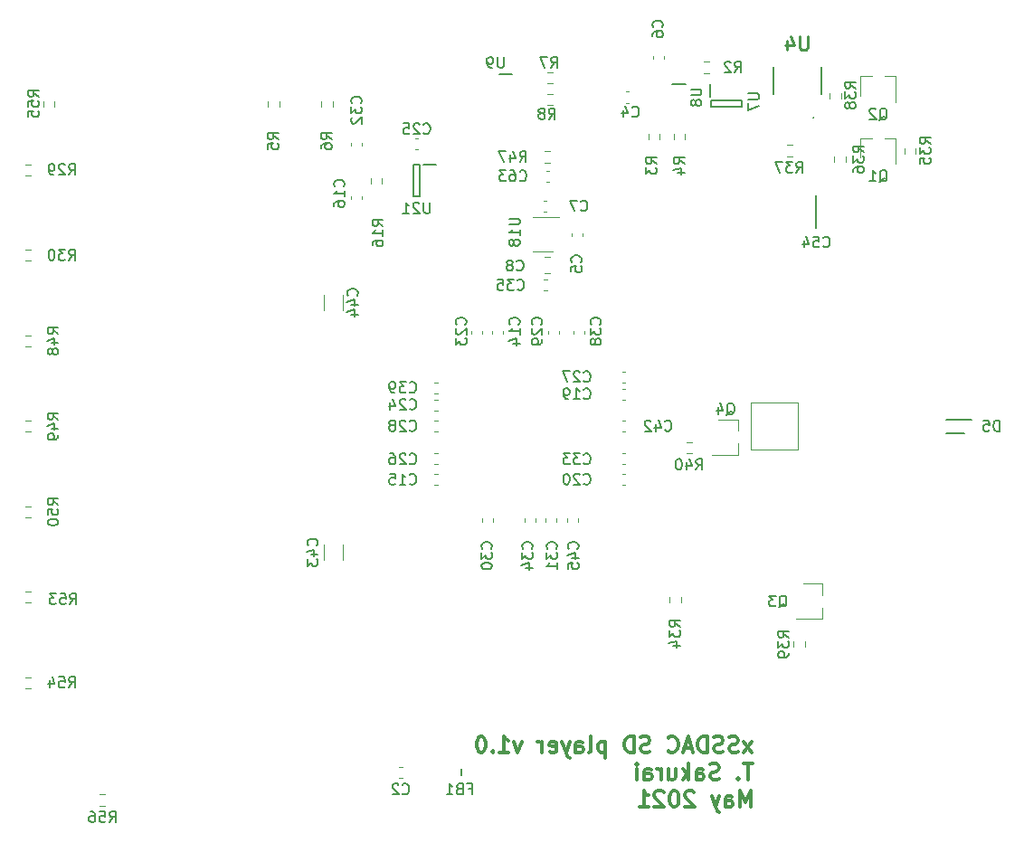
<source format=gbo>
G04 #@! TF.GenerationSoftware,KiCad,Pcbnew,(5.1.9)-1*
G04 #@! TF.CreationDate,2021-05-07T01:52:01+09:00*
G04 #@! TF.ProjectId,xSSDAC,78535344-4143-42e6-9b69-6361645f7063,rev?*
G04 #@! TF.SameCoordinates,Original*
G04 #@! TF.FileFunction,Legend,Bot*
G04 #@! TF.FilePolarity,Positive*
%FSLAX46Y46*%
G04 Gerber Fmt 4.6, Leading zero omitted, Abs format (unit mm)*
G04 Created by KiCad (PCBNEW (5.1.9)-1) date 2021-05-07 01:52:01*
%MOMM*%
%LPD*%
G01*
G04 APERTURE LIST*
%ADD10C,0.300000*%
%ADD11C,0.120000*%
%ADD12C,0.200000*%
%ADD13C,0.150000*%
%ADD14C,0.254000*%
G04 APERTURE END LIST*
D10*
X164990714Y-128928571D02*
X164205000Y-127928571D01*
X164990714Y-127928571D02*
X164205000Y-128928571D01*
X163705000Y-128857142D02*
X163490714Y-128928571D01*
X163133571Y-128928571D01*
X162990714Y-128857142D01*
X162919285Y-128785714D01*
X162847857Y-128642857D01*
X162847857Y-128500000D01*
X162919285Y-128357142D01*
X162990714Y-128285714D01*
X163133571Y-128214285D01*
X163419285Y-128142857D01*
X163562142Y-128071428D01*
X163633571Y-128000000D01*
X163705000Y-127857142D01*
X163705000Y-127714285D01*
X163633571Y-127571428D01*
X163562142Y-127500000D01*
X163419285Y-127428571D01*
X163062142Y-127428571D01*
X162847857Y-127500000D01*
X162276428Y-128857142D02*
X162062142Y-128928571D01*
X161705000Y-128928571D01*
X161562142Y-128857142D01*
X161490714Y-128785714D01*
X161419285Y-128642857D01*
X161419285Y-128500000D01*
X161490714Y-128357142D01*
X161562142Y-128285714D01*
X161705000Y-128214285D01*
X161990714Y-128142857D01*
X162133571Y-128071428D01*
X162205000Y-128000000D01*
X162276428Y-127857142D01*
X162276428Y-127714285D01*
X162205000Y-127571428D01*
X162133571Y-127500000D01*
X161990714Y-127428571D01*
X161633571Y-127428571D01*
X161419285Y-127500000D01*
X160776428Y-128928571D02*
X160776428Y-127428571D01*
X160419285Y-127428571D01*
X160205000Y-127500000D01*
X160062142Y-127642857D01*
X159990714Y-127785714D01*
X159919285Y-128071428D01*
X159919285Y-128285714D01*
X159990714Y-128571428D01*
X160062142Y-128714285D01*
X160205000Y-128857142D01*
X160419285Y-128928571D01*
X160776428Y-128928571D01*
X159347857Y-128500000D02*
X158633571Y-128500000D01*
X159490714Y-128928571D02*
X158990714Y-127428571D01*
X158490714Y-128928571D01*
X157133571Y-128785714D02*
X157205000Y-128857142D01*
X157419285Y-128928571D01*
X157562142Y-128928571D01*
X157776428Y-128857142D01*
X157919285Y-128714285D01*
X157990714Y-128571428D01*
X158062142Y-128285714D01*
X158062142Y-128071428D01*
X157990714Y-127785714D01*
X157919285Y-127642857D01*
X157776428Y-127500000D01*
X157562142Y-127428571D01*
X157419285Y-127428571D01*
X157205000Y-127500000D01*
X157133571Y-127571428D01*
X155419285Y-128857142D02*
X155205000Y-128928571D01*
X154847857Y-128928571D01*
X154705000Y-128857142D01*
X154633571Y-128785714D01*
X154562142Y-128642857D01*
X154562142Y-128500000D01*
X154633571Y-128357142D01*
X154705000Y-128285714D01*
X154847857Y-128214285D01*
X155133571Y-128142857D01*
X155276428Y-128071428D01*
X155347857Y-128000000D01*
X155419285Y-127857142D01*
X155419285Y-127714285D01*
X155347857Y-127571428D01*
X155276428Y-127500000D01*
X155133571Y-127428571D01*
X154776428Y-127428571D01*
X154562142Y-127500000D01*
X153919285Y-128928571D02*
X153919285Y-127428571D01*
X153562142Y-127428571D01*
X153347857Y-127500000D01*
X153205000Y-127642857D01*
X153133571Y-127785714D01*
X153062142Y-128071428D01*
X153062142Y-128285714D01*
X153133571Y-128571428D01*
X153205000Y-128714285D01*
X153347857Y-128857142D01*
X153562142Y-128928571D01*
X153919285Y-128928571D01*
X151276428Y-127928571D02*
X151276428Y-129428571D01*
X151276428Y-128000000D02*
X151133571Y-127928571D01*
X150847857Y-127928571D01*
X150705000Y-128000000D01*
X150633571Y-128071428D01*
X150562142Y-128214285D01*
X150562142Y-128642857D01*
X150633571Y-128785714D01*
X150705000Y-128857142D01*
X150847857Y-128928571D01*
X151133571Y-128928571D01*
X151276428Y-128857142D01*
X149705000Y-128928571D02*
X149847857Y-128857142D01*
X149919285Y-128714285D01*
X149919285Y-127428571D01*
X148490714Y-128928571D02*
X148490714Y-128142857D01*
X148562142Y-128000000D01*
X148705000Y-127928571D01*
X148990714Y-127928571D01*
X149133571Y-128000000D01*
X148490714Y-128857142D02*
X148633571Y-128928571D01*
X148990714Y-128928571D01*
X149133571Y-128857142D01*
X149205000Y-128714285D01*
X149205000Y-128571428D01*
X149133571Y-128428571D01*
X148990714Y-128357142D01*
X148633571Y-128357142D01*
X148490714Y-128285714D01*
X147919285Y-127928571D02*
X147562142Y-128928571D01*
X147205000Y-127928571D02*
X147562142Y-128928571D01*
X147705000Y-129285714D01*
X147776428Y-129357142D01*
X147919285Y-129428571D01*
X146062142Y-128857142D02*
X146205000Y-128928571D01*
X146490714Y-128928571D01*
X146633571Y-128857142D01*
X146705000Y-128714285D01*
X146705000Y-128142857D01*
X146633571Y-128000000D01*
X146490714Y-127928571D01*
X146205000Y-127928571D01*
X146062142Y-128000000D01*
X145990714Y-128142857D01*
X145990714Y-128285714D01*
X146705000Y-128428571D01*
X145347857Y-128928571D02*
X145347857Y-127928571D01*
X145347857Y-128214285D02*
X145276428Y-128071428D01*
X145205000Y-128000000D01*
X145062142Y-127928571D01*
X144919285Y-127928571D01*
X143419285Y-127928571D02*
X143062142Y-128928571D01*
X142705000Y-127928571D01*
X141347857Y-128928571D02*
X142205000Y-128928571D01*
X141776428Y-128928571D02*
X141776428Y-127428571D01*
X141919285Y-127642857D01*
X142062142Y-127785714D01*
X142205000Y-127857142D01*
X140705000Y-128785714D02*
X140633571Y-128857142D01*
X140705000Y-128928571D01*
X140776428Y-128857142D01*
X140705000Y-128785714D01*
X140705000Y-128928571D01*
X139705000Y-127428571D02*
X139562142Y-127428571D01*
X139419285Y-127500000D01*
X139347857Y-127571428D01*
X139276428Y-127714285D01*
X139205000Y-128000000D01*
X139205000Y-128357142D01*
X139276428Y-128642857D01*
X139347857Y-128785714D01*
X139419285Y-128857142D01*
X139562142Y-128928571D01*
X139705000Y-128928571D01*
X139847857Y-128857142D01*
X139919285Y-128785714D01*
X139990714Y-128642857D01*
X140062142Y-128357142D01*
X140062142Y-128000000D01*
X139990714Y-127714285D01*
X139919285Y-127571428D01*
X139847857Y-127500000D01*
X139705000Y-127428571D01*
X165062142Y-129978571D02*
X164205000Y-129978571D01*
X164633571Y-131478571D02*
X164633571Y-129978571D01*
X163705000Y-131335714D02*
X163633571Y-131407142D01*
X163705000Y-131478571D01*
X163776428Y-131407142D01*
X163705000Y-131335714D01*
X163705000Y-131478571D01*
X161919285Y-131407142D02*
X161705000Y-131478571D01*
X161347857Y-131478571D01*
X161205000Y-131407142D01*
X161133571Y-131335714D01*
X161062142Y-131192857D01*
X161062142Y-131050000D01*
X161133571Y-130907142D01*
X161205000Y-130835714D01*
X161347857Y-130764285D01*
X161633571Y-130692857D01*
X161776428Y-130621428D01*
X161847857Y-130550000D01*
X161919285Y-130407142D01*
X161919285Y-130264285D01*
X161847857Y-130121428D01*
X161776428Y-130050000D01*
X161633571Y-129978571D01*
X161276428Y-129978571D01*
X161062142Y-130050000D01*
X159776428Y-131478571D02*
X159776428Y-130692857D01*
X159847857Y-130550000D01*
X159990714Y-130478571D01*
X160276428Y-130478571D01*
X160419285Y-130550000D01*
X159776428Y-131407142D02*
X159919285Y-131478571D01*
X160276428Y-131478571D01*
X160419285Y-131407142D01*
X160490714Y-131264285D01*
X160490714Y-131121428D01*
X160419285Y-130978571D01*
X160276428Y-130907142D01*
X159919285Y-130907142D01*
X159776428Y-130835714D01*
X159062142Y-131478571D02*
X159062142Y-129978571D01*
X158919285Y-130907142D02*
X158490714Y-131478571D01*
X158490714Y-130478571D02*
X159062142Y-131050000D01*
X157205000Y-130478571D02*
X157205000Y-131478571D01*
X157847857Y-130478571D02*
X157847857Y-131264285D01*
X157776428Y-131407142D01*
X157633571Y-131478571D01*
X157419285Y-131478571D01*
X157276428Y-131407142D01*
X157205000Y-131335714D01*
X156490714Y-131478571D02*
X156490714Y-130478571D01*
X156490714Y-130764285D02*
X156419285Y-130621428D01*
X156347857Y-130550000D01*
X156205000Y-130478571D01*
X156062142Y-130478571D01*
X154919285Y-131478571D02*
X154919285Y-130692857D01*
X154990714Y-130550000D01*
X155133571Y-130478571D01*
X155419285Y-130478571D01*
X155562142Y-130550000D01*
X154919285Y-131407142D02*
X155062142Y-131478571D01*
X155419285Y-131478571D01*
X155562142Y-131407142D01*
X155633571Y-131264285D01*
X155633571Y-131121428D01*
X155562142Y-130978571D01*
X155419285Y-130907142D01*
X155062142Y-130907142D01*
X154919285Y-130835714D01*
X154205000Y-131478571D02*
X154205000Y-130478571D01*
X154205000Y-129978571D02*
X154276428Y-130050000D01*
X154205000Y-130121428D01*
X154133571Y-130050000D01*
X154205000Y-129978571D01*
X154205000Y-130121428D01*
X164847857Y-134028571D02*
X164847857Y-132528571D01*
X164347857Y-133600000D01*
X163847857Y-132528571D01*
X163847857Y-134028571D01*
X162490714Y-134028571D02*
X162490714Y-133242857D01*
X162562142Y-133100000D01*
X162705000Y-133028571D01*
X162990714Y-133028571D01*
X163133571Y-133100000D01*
X162490714Y-133957142D02*
X162633571Y-134028571D01*
X162990714Y-134028571D01*
X163133571Y-133957142D01*
X163205000Y-133814285D01*
X163205000Y-133671428D01*
X163133571Y-133528571D01*
X162990714Y-133457142D01*
X162633571Y-133457142D01*
X162490714Y-133385714D01*
X161919285Y-133028571D02*
X161562142Y-134028571D01*
X161205000Y-133028571D02*
X161562142Y-134028571D01*
X161705000Y-134385714D01*
X161776428Y-134457142D01*
X161919285Y-134528571D01*
X159562142Y-132671428D02*
X159490714Y-132600000D01*
X159347857Y-132528571D01*
X158990714Y-132528571D01*
X158847857Y-132600000D01*
X158776428Y-132671428D01*
X158705000Y-132814285D01*
X158705000Y-132957142D01*
X158776428Y-133171428D01*
X159633571Y-134028571D01*
X158705000Y-134028571D01*
X157776428Y-132528571D02*
X157633571Y-132528571D01*
X157490714Y-132600000D01*
X157419285Y-132671428D01*
X157347857Y-132814285D01*
X157276428Y-133100000D01*
X157276428Y-133457142D01*
X157347857Y-133742857D01*
X157419285Y-133885714D01*
X157490714Y-133957142D01*
X157633571Y-134028571D01*
X157776428Y-134028571D01*
X157919285Y-133957142D01*
X157990714Y-133885714D01*
X158062142Y-133742857D01*
X158133571Y-133457142D01*
X158133571Y-133100000D01*
X158062142Y-132814285D01*
X157990714Y-132671428D01*
X157919285Y-132600000D01*
X157776428Y-132528571D01*
X156705000Y-132671428D02*
X156633571Y-132600000D01*
X156490714Y-132528571D01*
X156133571Y-132528571D01*
X155990714Y-132600000D01*
X155919285Y-132671428D01*
X155847857Y-132814285D01*
X155847857Y-132957142D01*
X155919285Y-133171428D01*
X156776428Y-134028571D01*
X155847857Y-134028571D01*
X154419285Y-134028571D02*
X155276428Y-134028571D01*
X154847857Y-134028571D02*
X154847857Y-132528571D01*
X154990714Y-132742857D01*
X155133571Y-132885714D01*
X155276428Y-132957142D01*
D11*
X145538748Y-82565000D02*
X146061252Y-82565000D01*
X145538748Y-84035000D02*
X146061252Y-84035000D01*
X148090000Y-80608767D02*
X148090000Y-80316233D01*
X149110000Y-80608767D02*
X149110000Y-80316233D01*
X158722500Y-71032776D02*
X158722500Y-71542224D01*
X157677500Y-71032776D02*
X157677500Y-71542224D01*
D12*
X135450000Y-73900000D02*
X134250000Y-73900000D01*
X133900000Y-76850000D02*
X133900000Y-73950000D01*
X133300000Y-76850000D02*
X133900000Y-76850000D01*
X133300000Y-73950000D02*
X133300000Y-76850000D01*
X133900000Y-73950000D02*
X133300000Y-73950000D01*
D11*
X145746267Y-77290000D02*
X145453733Y-77290000D01*
X145746267Y-78310000D02*
X145453733Y-78310000D01*
X133746267Y-71490000D02*
X133453733Y-71490000D01*
X133746267Y-72510000D02*
X133453733Y-72510000D01*
D12*
X142550000Y-65400000D02*
X141350000Y-65400000D01*
X171000000Y-76800000D02*
X171000000Y-79800000D01*
D11*
X178450000Y-73850000D02*
X178450000Y-71450000D01*
X178450000Y-71450000D02*
X177400000Y-71450000D01*
X175150000Y-73250000D02*
X175150000Y-71450000D01*
X175150000Y-71450000D02*
X176200000Y-71450000D01*
X175150000Y-65650000D02*
X176200000Y-65650000D01*
X175150000Y-67450000D02*
X175150000Y-65650000D01*
X178450000Y-65650000D02*
X177400000Y-65650000D01*
X178450000Y-68050000D02*
X178450000Y-65650000D01*
X169150000Y-116450000D02*
X171550000Y-116450000D01*
X171550000Y-116450000D02*
X171550000Y-115400000D01*
X169750000Y-113150000D02*
X171550000Y-113150000D01*
X171550000Y-113150000D02*
X171550000Y-114200000D01*
D12*
X137800000Y-131100000D02*
X137800000Y-130500000D01*
X161100000Y-66350000D02*
X161100000Y-67550000D01*
X164050000Y-67900000D02*
X161150000Y-67900000D01*
X164050000Y-68500000D02*
X164050000Y-67900000D01*
X161150000Y-68500000D02*
X164050000Y-68500000D01*
X161150000Y-67900000D02*
X161150000Y-68500000D01*
X158750000Y-66400000D02*
X157550000Y-66400000D01*
D11*
X146300000Y-82010000D02*
X144500000Y-82010000D01*
X144500000Y-78790000D02*
X146950000Y-78790000D01*
D12*
X185560000Y-97775000D02*
X183150000Y-97775000D01*
X184850000Y-99025000D02*
X183150000Y-99025000D01*
D11*
X161250000Y-101050000D02*
X163650000Y-101050000D01*
X163650000Y-101050000D02*
X163650000Y-100000000D01*
X161850000Y-97750000D02*
X163650000Y-97750000D01*
X163650000Y-97750000D02*
X163650000Y-98800000D01*
D12*
X170754380Y-69494000D02*
G75*
G03*
X170754380Y-69494000I-44380J0D01*
G01*
X166950000Y-64800000D02*
X166950000Y-67300000D01*
X171450000Y-67300000D02*
X171450000Y-64800000D01*
D11*
X160432776Y-65322500D02*
X160942224Y-65322500D01*
X160432776Y-64277500D02*
X160942224Y-64277500D01*
X156322500Y-71542224D02*
X156322500Y-71032776D01*
X155277500Y-71542224D02*
X155277500Y-71032776D01*
X119677500Y-67945276D02*
X119677500Y-68454724D01*
X120722500Y-67945276D02*
X120722500Y-68454724D01*
X124677500Y-67945276D02*
X124677500Y-68454724D01*
X125722500Y-67945276D02*
X125722500Y-68454724D01*
X146342224Y-66322500D02*
X145832776Y-66322500D01*
X146342224Y-65277500D02*
X145832776Y-65277500D01*
X146342224Y-68322500D02*
X145832776Y-68322500D01*
X146342224Y-67277500D02*
X145832776Y-67277500D01*
X129277500Y-75145276D02*
X129277500Y-75654724D01*
X130322500Y-75145276D02*
X130322500Y-75654724D01*
X157277500Y-114345276D02*
X157277500Y-114854724D01*
X158322500Y-114345276D02*
X158322500Y-114854724D01*
X179277500Y-72854724D02*
X179277500Y-72345276D01*
X180322500Y-72854724D02*
X180322500Y-72345276D01*
X172677500Y-73145276D02*
X172677500Y-73654724D01*
X173722500Y-73145276D02*
X173722500Y-73654724D01*
X168232776Y-73122500D02*
X168742224Y-73122500D01*
X168232776Y-72077500D02*
X168742224Y-72077500D01*
X172277500Y-67742224D02*
X172277500Y-67232776D01*
X173322500Y-67742224D02*
X173322500Y-67232776D01*
X168877500Y-118545276D02*
X168877500Y-119054724D01*
X169922500Y-118545276D02*
X169922500Y-119054724D01*
X159354724Y-100922500D02*
X158845276Y-100922500D01*
X159354724Y-99877500D02*
X158845276Y-99877500D01*
X145545276Y-72677500D02*
X146054724Y-72677500D01*
X145545276Y-73722500D02*
X146054724Y-73722500D01*
X132246267Y-131310000D02*
X131953733Y-131310000D01*
X132246267Y-130290000D02*
X131953733Y-130290000D01*
X153483767Y-67090000D02*
X153191233Y-67090000D01*
X153483767Y-68110000D02*
X153191233Y-68110000D01*
X156710000Y-63716233D02*
X156710000Y-64008767D01*
X155690000Y-63716233D02*
X155690000Y-64008767D01*
X141710000Y-89453733D02*
X141710000Y-89746267D01*
X140690000Y-89453733D02*
X140690000Y-89746267D01*
X135253733Y-103910000D02*
X135546267Y-103910000D01*
X135253733Y-102890000D02*
X135546267Y-102890000D01*
X128510000Y-77146267D02*
X128510000Y-76853733D01*
X127490000Y-77146267D02*
X127490000Y-76853733D01*
X153146267Y-95910000D02*
X152853733Y-95910000D01*
X153146267Y-94890000D02*
X152853733Y-94890000D01*
X153146267Y-103910000D02*
X152853733Y-103910000D01*
X153146267Y-102890000D02*
X152853733Y-102890000D01*
X139710000Y-89453733D02*
X139710000Y-89746267D01*
X138690000Y-89453733D02*
X138690000Y-89746267D01*
X135253733Y-96910000D02*
X135546267Y-96910000D01*
X135253733Y-95890000D02*
X135546267Y-95890000D01*
X135253733Y-101910000D02*
X135546267Y-101910000D01*
X135253733Y-100890000D02*
X135546267Y-100890000D01*
X153146267Y-94310000D02*
X152853733Y-94310000D01*
X153146267Y-93290000D02*
X152853733Y-93290000D01*
X135253733Y-97890000D02*
X135546267Y-97890000D01*
X135253733Y-98910000D02*
X135546267Y-98910000D01*
X145890000Y-89453733D02*
X145890000Y-89746267D01*
X146910000Y-89453733D02*
X146910000Y-89746267D01*
X140710000Y-107346267D02*
X140710000Y-107053733D01*
X139690000Y-107346267D02*
X139690000Y-107053733D01*
X145690000Y-107346267D02*
X145690000Y-107053733D01*
X146710000Y-107346267D02*
X146710000Y-107053733D01*
X128510000Y-71853733D02*
X128510000Y-72146267D01*
X127490000Y-71853733D02*
X127490000Y-72146267D01*
X153146267Y-100890000D02*
X152853733Y-100890000D01*
X153146267Y-101910000D02*
X152853733Y-101910000D01*
X143690000Y-107346267D02*
X143690000Y-107053733D01*
X144710000Y-107346267D02*
X144710000Y-107053733D01*
X145808767Y-84690000D02*
X145516233Y-84690000D01*
X145808767Y-85710000D02*
X145516233Y-85710000D01*
X148290000Y-89453733D02*
X148290000Y-89746267D01*
X149310000Y-89453733D02*
X149310000Y-89746267D01*
X135253733Y-94290000D02*
X135546267Y-94290000D01*
X135253733Y-95310000D02*
X135546267Y-95310000D01*
X153146267Y-97890000D02*
X152853733Y-97890000D01*
X153146267Y-98910000D02*
X152853733Y-98910000D01*
X126710000Y-109488748D02*
X126710000Y-110911252D01*
X124890000Y-109488748D02*
X124890000Y-110911252D01*
X126710000Y-87511252D02*
X126710000Y-86088748D01*
X124890000Y-87511252D02*
X124890000Y-86088748D01*
X147690000Y-107346267D02*
X147690000Y-107053733D01*
X148710000Y-107346267D02*
X148710000Y-107053733D01*
X96945276Y-74922500D02*
X97454724Y-74922500D01*
X96945276Y-73877500D02*
X97454724Y-73877500D01*
X96945276Y-82922500D02*
X97454724Y-82922500D01*
X96945276Y-81877500D02*
X97454724Y-81877500D01*
X96945276Y-89877500D02*
X97454724Y-89877500D01*
X96945276Y-90922500D02*
X97454724Y-90922500D01*
X96945276Y-97877500D02*
X97454724Y-97877500D01*
X96945276Y-98922500D02*
X97454724Y-98922500D01*
X96945276Y-106922500D02*
X97454724Y-106922500D01*
X96945276Y-105877500D02*
X97454724Y-105877500D01*
X96945276Y-113877500D02*
X97454724Y-113877500D01*
X96945276Y-114922500D02*
X97454724Y-114922500D01*
X96945276Y-122922500D02*
X97454724Y-122922500D01*
X96945276Y-121877500D02*
X97454724Y-121877500D01*
X99722500Y-67945276D02*
X99722500Y-68454724D01*
X98677500Y-67945276D02*
X98677500Y-68454724D01*
X103945276Y-132877500D02*
X104454724Y-132877500D01*
X103945276Y-133922500D02*
X104454724Y-133922500D01*
X164900000Y-96200000D02*
X164900000Y-100600000D01*
X169300000Y-96200000D02*
X164900000Y-96200000D01*
X169300000Y-100600000D02*
X169300000Y-96200000D01*
X164900000Y-100600000D02*
X169300000Y-100600000D01*
X145996267Y-74490000D02*
X145703733Y-74490000D01*
X145996267Y-75510000D02*
X145703733Y-75510000D01*
D13*
X142966666Y-83757142D02*
X143014285Y-83804761D01*
X143157142Y-83852380D01*
X143252380Y-83852380D01*
X143395238Y-83804761D01*
X143490476Y-83709523D01*
X143538095Y-83614285D01*
X143585714Y-83423809D01*
X143585714Y-83280952D01*
X143538095Y-83090476D01*
X143490476Y-82995238D01*
X143395238Y-82900000D01*
X143252380Y-82852380D01*
X143157142Y-82852380D01*
X143014285Y-82900000D01*
X142966666Y-82947619D01*
X142395238Y-83280952D02*
X142490476Y-83233333D01*
X142538095Y-83185714D01*
X142585714Y-83090476D01*
X142585714Y-83042857D01*
X142538095Y-82947619D01*
X142490476Y-82900000D01*
X142395238Y-82852380D01*
X142204761Y-82852380D01*
X142109523Y-82900000D01*
X142061904Y-82947619D01*
X142014285Y-83042857D01*
X142014285Y-83090476D01*
X142061904Y-83185714D01*
X142109523Y-83233333D01*
X142204761Y-83280952D01*
X142395238Y-83280952D01*
X142490476Y-83328571D01*
X142538095Y-83376190D01*
X142585714Y-83471428D01*
X142585714Y-83661904D01*
X142538095Y-83757142D01*
X142490476Y-83804761D01*
X142395238Y-83852380D01*
X142204761Y-83852380D01*
X142109523Y-83804761D01*
X142061904Y-83757142D01*
X142014285Y-83661904D01*
X142014285Y-83471428D01*
X142061904Y-83376190D01*
X142109523Y-83328571D01*
X142204761Y-83280952D01*
X148957142Y-83033333D02*
X149004761Y-82985714D01*
X149052380Y-82842857D01*
X149052380Y-82747619D01*
X149004761Y-82604761D01*
X148909523Y-82509523D01*
X148814285Y-82461904D01*
X148623809Y-82414285D01*
X148480952Y-82414285D01*
X148290476Y-82461904D01*
X148195238Y-82509523D01*
X148100000Y-82604761D01*
X148052380Y-82747619D01*
X148052380Y-82842857D01*
X148100000Y-82985714D01*
X148147619Y-83033333D01*
X148052380Y-83938095D02*
X148052380Y-83461904D01*
X148528571Y-83414285D01*
X148480952Y-83461904D01*
X148433333Y-83557142D01*
X148433333Y-83795238D01*
X148480952Y-83890476D01*
X148528571Y-83938095D01*
X148623809Y-83985714D01*
X148861904Y-83985714D01*
X148957142Y-83938095D01*
X149004761Y-83890476D01*
X149052380Y-83795238D01*
X149052380Y-83557142D01*
X149004761Y-83461904D01*
X148957142Y-83414285D01*
X158652380Y-73833333D02*
X158176190Y-73500000D01*
X158652380Y-73261904D02*
X157652380Y-73261904D01*
X157652380Y-73642857D01*
X157700000Y-73738095D01*
X157747619Y-73785714D01*
X157842857Y-73833333D01*
X157985714Y-73833333D01*
X158080952Y-73785714D01*
X158128571Y-73738095D01*
X158176190Y-73642857D01*
X158176190Y-73261904D01*
X157985714Y-74690476D02*
X158652380Y-74690476D01*
X157604761Y-74452380D02*
X158319047Y-74214285D01*
X158319047Y-74833333D01*
X134838095Y-77452380D02*
X134838095Y-78261904D01*
X134790476Y-78357142D01*
X134742857Y-78404761D01*
X134647619Y-78452380D01*
X134457142Y-78452380D01*
X134361904Y-78404761D01*
X134314285Y-78357142D01*
X134266666Y-78261904D01*
X134266666Y-77452380D01*
X133838095Y-77547619D02*
X133790476Y-77500000D01*
X133695238Y-77452380D01*
X133457142Y-77452380D01*
X133361904Y-77500000D01*
X133314285Y-77547619D01*
X133266666Y-77642857D01*
X133266666Y-77738095D01*
X133314285Y-77880952D01*
X133885714Y-78452380D01*
X133266666Y-78452380D01*
X132314285Y-78452380D02*
X132885714Y-78452380D01*
X132600000Y-78452380D02*
X132600000Y-77452380D01*
X132695238Y-77595238D01*
X132790476Y-77690476D01*
X132885714Y-77738095D01*
X148966666Y-78157142D02*
X149014285Y-78204761D01*
X149157142Y-78252380D01*
X149252380Y-78252380D01*
X149395238Y-78204761D01*
X149490476Y-78109523D01*
X149538095Y-78014285D01*
X149585714Y-77823809D01*
X149585714Y-77680952D01*
X149538095Y-77490476D01*
X149490476Y-77395238D01*
X149395238Y-77300000D01*
X149252380Y-77252380D01*
X149157142Y-77252380D01*
X149014285Y-77300000D01*
X148966666Y-77347619D01*
X148633333Y-77252380D02*
X147966666Y-77252380D01*
X148395238Y-78252380D01*
X134242857Y-70957142D02*
X134290476Y-71004761D01*
X134433333Y-71052380D01*
X134528571Y-71052380D01*
X134671428Y-71004761D01*
X134766666Y-70909523D01*
X134814285Y-70814285D01*
X134861904Y-70623809D01*
X134861904Y-70480952D01*
X134814285Y-70290476D01*
X134766666Y-70195238D01*
X134671428Y-70100000D01*
X134528571Y-70052380D01*
X134433333Y-70052380D01*
X134290476Y-70100000D01*
X134242857Y-70147619D01*
X133861904Y-70147619D02*
X133814285Y-70100000D01*
X133719047Y-70052380D01*
X133480952Y-70052380D01*
X133385714Y-70100000D01*
X133338095Y-70147619D01*
X133290476Y-70242857D01*
X133290476Y-70338095D01*
X133338095Y-70480952D01*
X133909523Y-71052380D01*
X133290476Y-71052380D01*
X132385714Y-70052380D02*
X132861904Y-70052380D01*
X132909523Y-70528571D01*
X132861904Y-70480952D01*
X132766666Y-70433333D01*
X132528571Y-70433333D01*
X132433333Y-70480952D01*
X132385714Y-70528571D01*
X132338095Y-70623809D01*
X132338095Y-70861904D01*
X132385714Y-70957142D01*
X132433333Y-71004761D01*
X132528571Y-71052380D01*
X132766666Y-71052380D01*
X132861904Y-71004761D01*
X132909523Y-70957142D01*
X141761904Y-63852380D02*
X141761904Y-64661904D01*
X141714285Y-64757142D01*
X141666666Y-64804761D01*
X141571428Y-64852380D01*
X141380952Y-64852380D01*
X141285714Y-64804761D01*
X141238095Y-64757142D01*
X141190476Y-64661904D01*
X141190476Y-63852380D01*
X140666666Y-64852380D02*
X140476190Y-64852380D01*
X140380952Y-64804761D01*
X140333333Y-64757142D01*
X140238095Y-64614285D01*
X140190476Y-64423809D01*
X140190476Y-64042857D01*
X140238095Y-63947619D01*
X140285714Y-63900000D01*
X140380952Y-63852380D01*
X140571428Y-63852380D01*
X140666666Y-63900000D01*
X140714285Y-63947619D01*
X140761904Y-64042857D01*
X140761904Y-64280952D01*
X140714285Y-64376190D01*
X140666666Y-64423809D01*
X140571428Y-64471428D01*
X140380952Y-64471428D01*
X140285714Y-64423809D01*
X140238095Y-64376190D01*
X140190476Y-64280952D01*
X171642857Y-81557142D02*
X171690476Y-81604761D01*
X171833333Y-81652380D01*
X171928571Y-81652380D01*
X172071428Y-81604761D01*
X172166666Y-81509523D01*
X172214285Y-81414285D01*
X172261904Y-81223809D01*
X172261904Y-81080952D01*
X172214285Y-80890476D01*
X172166666Y-80795238D01*
X172071428Y-80700000D01*
X171928571Y-80652380D01*
X171833333Y-80652380D01*
X171690476Y-80700000D01*
X171642857Y-80747619D01*
X170738095Y-80652380D02*
X171214285Y-80652380D01*
X171261904Y-81128571D01*
X171214285Y-81080952D01*
X171119047Y-81033333D01*
X170880952Y-81033333D01*
X170785714Y-81080952D01*
X170738095Y-81128571D01*
X170690476Y-81223809D01*
X170690476Y-81461904D01*
X170738095Y-81557142D01*
X170785714Y-81604761D01*
X170880952Y-81652380D01*
X171119047Y-81652380D01*
X171214285Y-81604761D01*
X171261904Y-81557142D01*
X169833333Y-80985714D02*
X169833333Y-81652380D01*
X170071428Y-80604761D02*
X170309523Y-81319047D01*
X169690476Y-81319047D01*
X176895238Y-75547619D02*
X176990476Y-75500000D01*
X177085714Y-75404761D01*
X177228571Y-75261904D01*
X177323809Y-75214285D01*
X177419047Y-75214285D01*
X177371428Y-75452380D02*
X177466666Y-75404761D01*
X177561904Y-75309523D01*
X177609523Y-75119047D01*
X177609523Y-74785714D01*
X177561904Y-74595238D01*
X177466666Y-74500000D01*
X177371428Y-74452380D01*
X177180952Y-74452380D01*
X177085714Y-74500000D01*
X176990476Y-74595238D01*
X176942857Y-74785714D01*
X176942857Y-75119047D01*
X176990476Y-75309523D01*
X177085714Y-75404761D01*
X177180952Y-75452380D01*
X177371428Y-75452380D01*
X175990476Y-75452380D02*
X176561904Y-75452380D01*
X176276190Y-75452380D02*
X176276190Y-74452380D01*
X176371428Y-74595238D01*
X176466666Y-74690476D01*
X176561904Y-74738095D01*
X176895238Y-69747619D02*
X176990476Y-69700000D01*
X177085714Y-69604761D01*
X177228571Y-69461904D01*
X177323809Y-69414285D01*
X177419047Y-69414285D01*
X177371428Y-69652380D02*
X177466666Y-69604761D01*
X177561904Y-69509523D01*
X177609523Y-69319047D01*
X177609523Y-68985714D01*
X177561904Y-68795238D01*
X177466666Y-68700000D01*
X177371428Y-68652380D01*
X177180952Y-68652380D01*
X177085714Y-68700000D01*
X176990476Y-68795238D01*
X176942857Y-68985714D01*
X176942857Y-69319047D01*
X176990476Y-69509523D01*
X177085714Y-69604761D01*
X177180952Y-69652380D01*
X177371428Y-69652380D01*
X176561904Y-68747619D02*
X176514285Y-68700000D01*
X176419047Y-68652380D01*
X176180952Y-68652380D01*
X176085714Y-68700000D01*
X176038095Y-68747619D01*
X175990476Y-68842857D01*
X175990476Y-68938095D01*
X176038095Y-69080952D01*
X176609523Y-69652380D01*
X175990476Y-69652380D01*
X167495238Y-115347619D02*
X167590476Y-115300000D01*
X167685714Y-115204761D01*
X167828571Y-115061904D01*
X167923809Y-115014285D01*
X168019047Y-115014285D01*
X167971428Y-115252380D02*
X168066666Y-115204761D01*
X168161904Y-115109523D01*
X168209523Y-114919047D01*
X168209523Y-114585714D01*
X168161904Y-114395238D01*
X168066666Y-114300000D01*
X167971428Y-114252380D01*
X167780952Y-114252380D01*
X167685714Y-114300000D01*
X167590476Y-114395238D01*
X167542857Y-114585714D01*
X167542857Y-114919047D01*
X167590476Y-115109523D01*
X167685714Y-115204761D01*
X167780952Y-115252380D01*
X167971428Y-115252380D01*
X167209523Y-114252380D02*
X166590476Y-114252380D01*
X166923809Y-114633333D01*
X166780952Y-114633333D01*
X166685714Y-114680952D01*
X166638095Y-114728571D01*
X166590476Y-114823809D01*
X166590476Y-115061904D01*
X166638095Y-115157142D01*
X166685714Y-115204761D01*
X166780952Y-115252380D01*
X167066666Y-115252380D01*
X167161904Y-115204761D01*
X167209523Y-115157142D01*
X138433333Y-132328571D02*
X138766666Y-132328571D01*
X138766666Y-132852380D02*
X138766666Y-131852380D01*
X138290476Y-131852380D01*
X137576190Y-132328571D02*
X137433333Y-132376190D01*
X137385714Y-132423809D01*
X137338095Y-132519047D01*
X137338095Y-132661904D01*
X137385714Y-132757142D01*
X137433333Y-132804761D01*
X137528571Y-132852380D01*
X137909523Y-132852380D01*
X137909523Y-131852380D01*
X137576190Y-131852380D01*
X137480952Y-131900000D01*
X137433333Y-131947619D01*
X137385714Y-132042857D01*
X137385714Y-132138095D01*
X137433333Y-132233333D01*
X137480952Y-132280952D01*
X137576190Y-132328571D01*
X137909523Y-132328571D01*
X136385714Y-132852380D02*
X136957142Y-132852380D01*
X136671428Y-132852380D02*
X136671428Y-131852380D01*
X136766666Y-131995238D01*
X136861904Y-132090476D01*
X136957142Y-132138095D01*
X164652380Y-67238095D02*
X165461904Y-67238095D01*
X165557142Y-67285714D01*
X165604761Y-67333333D01*
X165652380Y-67428571D01*
X165652380Y-67619047D01*
X165604761Y-67714285D01*
X165557142Y-67761904D01*
X165461904Y-67809523D01*
X164652380Y-67809523D01*
X164652380Y-68190476D02*
X164652380Y-68857142D01*
X165652380Y-68428571D01*
X159252380Y-66838095D02*
X160061904Y-66838095D01*
X160157142Y-66885714D01*
X160204761Y-66933333D01*
X160252380Y-67028571D01*
X160252380Y-67219047D01*
X160204761Y-67314285D01*
X160157142Y-67361904D01*
X160061904Y-67409523D01*
X159252380Y-67409523D01*
X159680952Y-68028571D02*
X159633333Y-67933333D01*
X159585714Y-67885714D01*
X159490476Y-67838095D01*
X159442857Y-67838095D01*
X159347619Y-67885714D01*
X159300000Y-67933333D01*
X159252380Y-68028571D01*
X159252380Y-68219047D01*
X159300000Y-68314285D01*
X159347619Y-68361904D01*
X159442857Y-68409523D01*
X159490476Y-68409523D01*
X159585714Y-68361904D01*
X159633333Y-68314285D01*
X159680952Y-68219047D01*
X159680952Y-68028571D01*
X159728571Y-67933333D01*
X159776190Y-67885714D01*
X159871428Y-67838095D01*
X160061904Y-67838095D01*
X160157142Y-67885714D01*
X160204761Y-67933333D01*
X160252380Y-68028571D01*
X160252380Y-68219047D01*
X160204761Y-68314285D01*
X160157142Y-68361904D01*
X160061904Y-68409523D01*
X159871428Y-68409523D01*
X159776190Y-68361904D01*
X159728571Y-68314285D01*
X159680952Y-68219047D01*
X142252380Y-78961904D02*
X143061904Y-78961904D01*
X143157142Y-79009523D01*
X143204761Y-79057142D01*
X143252380Y-79152380D01*
X143252380Y-79342857D01*
X143204761Y-79438095D01*
X143157142Y-79485714D01*
X143061904Y-79533333D01*
X142252380Y-79533333D01*
X143252380Y-80533333D02*
X143252380Y-79961904D01*
X143252380Y-80247619D02*
X142252380Y-80247619D01*
X142395238Y-80152380D01*
X142490476Y-80057142D01*
X142538095Y-79961904D01*
X142680952Y-81104761D02*
X142633333Y-81009523D01*
X142585714Y-80961904D01*
X142490476Y-80914285D01*
X142442857Y-80914285D01*
X142347619Y-80961904D01*
X142300000Y-81009523D01*
X142252380Y-81104761D01*
X142252380Y-81295238D01*
X142300000Y-81390476D01*
X142347619Y-81438095D01*
X142442857Y-81485714D01*
X142490476Y-81485714D01*
X142585714Y-81438095D01*
X142633333Y-81390476D01*
X142680952Y-81295238D01*
X142680952Y-81104761D01*
X142728571Y-81009523D01*
X142776190Y-80961904D01*
X142871428Y-80914285D01*
X143061904Y-80914285D01*
X143157142Y-80961904D01*
X143204761Y-81009523D01*
X143252380Y-81104761D01*
X143252380Y-81295238D01*
X143204761Y-81390476D01*
X143157142Y-81438095D01*
X143061904Y-81485714D01*
X142871428Y-81485714D01*
X142776190Y-81438095D01*
X142728571Y-81390476D01*
X142680952Y-81295238D01*
X188138095Y-98852380D02*
X188138095Y-97852380D01*
X187900000Y-97852380D01*
X187757142Y-97900000D01*
X187661904Y-97995238D01*
X187614285Y-98090476D01*
X187566666Y-98280952D01*
X187566666Y-98423809D01*
X187614285Y-98614285D01*
X187661904Y-98709523D01*
X187757142Y-98804761D01*
X187900000Y-98852380D01*
X188138095Y-98852380D01*
X186661904Y-97852380D02*
X187138095Y-97852380D01*
X187185714Y-98328571D01*
X187138095Y-98280952D01*
X187042857Y-98233333D01*
X186804761Y-98233333D01*
X186709523Y-98280952D01*
X186661904Y-98328571D01*
X186614285Y-98423809D01*
X186614285Y-98661904D01*
X186661904Y-98757142D01*
X186709523Y-98804761D01*
X186804761Y-98852380D01*
X187042857Y-98852380D01*
X187138095Y-98804761D01*
X187185714Y-98757142D01*
X162595238Y-97347619D02*
X162690476Y-97300000D01*
X162785714Y-97204761D01*
X162928571Y-97061904D01*
X163023809Y-97014285D01*
X163119047Y-97014285D01*
X163071428Y-97252380D02*
X163166666Y-97204761D01*
X163261904Y-97109523D01*
X163309523Y-96919047D01*
X163309523Y-96585714D01*
X163261904Y-96395238D01*
X163166666Y-96300000D01*
X163071428Y-96252380D01*
X162880952Y-96252380D01*
X162785714Y-96300000D01*
X162690476Y-96395238D01*
X162642857Y-96585714D01*
X162642857Y-96919047D01*
X162690476Y-97109523D01*
X162785714Y-97204761D01*
X162880952Y-97252380D01*
X163071428Y-97252380D01*
X161785714Y-96585714D02*
X161785714Y-97252380D01*
X162023809Y-96204761D02*
X162261904Y-96919047D01*
X161642857Y-96919047D01*
D14*
X170167619Y-61904523D02*
X170167619Y-62932619D01*
X170107142Y-63053571D01*
X170046666Y-63114047D01*
X169925714Y-63174523D01*
X169683809Y-63174523D01*
X169562857Y-63114047D01*
X169502380Y-63053571D01*
X169441904Y-62932619D01*
X169441904Y-61904523D01*
X168292857Y-62327857D02*
X168292857Y-63174523D01*
X168595238Y-61844047D02*
X168897619Y-62751190D01*
X168111428Y-62751190D01*
D13*
X163366666Y-65252380D02*
X163700000Y-64776190D01*
X163938095Y-65252380D02*
X163938095Y-64252380D01*
X163557142Y-64252380D01*
X163461904Y-64300000D01*
X163414285Y-64347619D01*
X163366666Y-64442857D01*
X163366666Y-64585714D01*
X163414285Y-64680952D01*
X163461904Y-64728571D01*
X163557142Y-64776190D01*
X163938095Y-64776190D01*
X162985714Y-64347619D02*
X162938095Y-64300000D01*
X162842857Y-64252380D01*
X162604761Y-64252380D01*
X162509523Y-64300000D01*
X162461904Y-64347619D01*
X162414285Y-64442857D01*
X162414285Y-64538095D01*
X162461904Y-64680952D01*
X163033333Y-65252380D01*
X162414285Y-65252380D01*
X156052380Y-73833333D02*
X155576190Y-73500000D01*
X156052380Y-73261904D02*
X155052380Y-73261904D01*
X155052380Y-73642857D01*
X155100000Y-73738095D01*
X155147619Y-73785714D01*
X155242857Y-73833333D01*
X155385714Y-73833333D01*
X155480952Y-73785714D01*
X155528571Y-73738095D01*
X155576190Y-73642857D01*
X155576190Y-73261904D01*
X155052380Y-74166666D02*
X155052380Y-74785714D01*
X155433333Y-74452380D01*
X155433333Y-74595238D01*
X155480952Y-74690476D01*
X155528571Y-74738095D01*
X155623809Y-74785714D01*
X155861904Y-74785714D01*
X155957142Y-74738095D01*
X156004761Y-74690476D01*
X156052380Y-74595238D01*
X156052380Y-74309523D01*
X156004761Y-74214285D01*
X155957142Y-74166666D01*
X120652380Y-71533333D02*
X120176190Y-71200000D01*
X120652380Y-70961904D02*
X119652380Y-70961904D01*
X119652380Y-71342857D01*
X119700000Y-71438095D01*
X119747619Y-71485714D01*
X119842857Y-71533333D01*
X119985714Y-71533333D01*
X120080952Y-71485714D01*
X120128571Y-71438095D01*
X120176190Y-71342857D01*
X120176190Y-70961904D01*
X119652380Y-72438095D02*
X119652380Y-71961904D01*
X120128571Y-71914285D01*
X120080952Y-71961904D01*
X120033333Y-72057142D01*
X120033333Y-72295238D01*
X120080952Y-72390476D01*
X120128571Y-72438095D01*
X120223809Y-72485714D01*
X120461904Y-72485714D01*
X120557142Y-72438095D01*
X120604761Y-72390476D01*
X120652380Y-72295238D01*
X120652380Y-72057142D01*
X120604761Y-71961904D01*
X120557142Y-71914285D01*
X125652380Y-71533333D02*
X125176190Y-71200000D01*
X125652380Y-70961904D02*
X124652380Y-70961904D01*
X124652380Y-71342857D01*
X124700000Y-71438095D01*
X124747619Y-71485714D01*
X124842857Y-71533333D01*
X124985714Y-71533333D01*
X125080952Y-71485714D01*
X125128571Y-71438095D01*
X125176190Y-71342857D01*
X125176190Y-70961904D01*
X124652380Y-72390476D02*
X124652380Y-72200000D01*
X124700000Y-72104761D01*
X124747619Y-72057142D01*
X124890476Y-71961904D01*
X125080952Y-71914285D01*
X125461904Y-71914285D01*
X125557142Y-71961904D01*
X125604761Y-72009523D01*
X125652380Y-72104761D01*
X125652380Y-72295238D01*
X125604761Y-72390476D01*
X125557142Y-72438095D01*
X125461904Y-72485714D01*
X125223809Y-72485714D01*
X125128571Y-72438095D01*
X125080952Y-72390476D01*
X125033333Y-72295238D01*
X125033333Y-72104761D01*
X125080952Y-72009523D01*
X125128571Y-71961904D01*
X125223809Y-71914285D01*
X146166666Y-64852380D02*
X146500000Y-64376190D01*
X146738095Y-64852380D02*
X146738095Y-63852380D01*
X146357142Y-63852380D01*
X146261904Y-63900000D01*
X146214285Y-63947619D01*
X146166666Y-64042857D01*
X146166666Y-64185714D01*
X146214285Y-64280952D01*
X146261904Y-64328571D01*
X146357142Y-64376190D01*
X146738095Y-64376190D01*
X145833333Y-63852380D02*
X145166666Y-63852380D01*
X145595238Y-64852380D01*
X145966666Y-69652380D02*
X146300000Y-69176190D01*
X146538095Y-69652380D02*
X146538095Y-68652380D01*
X146157142Y-68652380D01*
X146061904Y-68700000D01*
X146014285Y-68747619D01*
X145966666Y-68842857D01*
X145966666Y-68985714D01*
X146014285Y-69080952D01*
X146061904Y-69128571D01*
X146157142Y-69176190D01*
X146538095Y-69176190D01*
X145395238Y-69080952D02*
X145490476Y-69033333D01*
X145538095Y-68985714D01*
X145585714Y-68890476D01*
X145585714Y-68842857D01*
X145538095Y-68747619D01*
X145490476Y-68700000D01*
X145395238Y-68652380D01*
X145204761Y-68652380D01*
X145109523Y-68700000D01*
X145061904Y-68747619D01*
X145014285Y-68842857D01*
X145014285Y-68890476D01*
X145061904Y-68985714D01*
X145109523Y-69033333D01*
X145204761Y-69080952D01*
X145395238Y-69080952D01*
X145490476Y-69128571D01*
X145538095Y-69176190D01*
X145585714Y-69271428D01*
X145585714Y-69461904D01*
X145538095Y-69557142D01*
X145490476Y-69604761D01*
X145395238Y-69652380D01*
X145204761Y-69652380D01*
X145109523Y-69604761D01*
X145061904Y-69557142D01*
X145014285Y-69461904D01*
X145014285Y-69271428D01*
X145061904Y-69176190D01*
X145109523Y-69128571D01*
X145204761Y-69080952D01*
X130452380Y-79657142D02*
X129976190Y-79323809D01*
X130452380Y-79085714D02*
X129452380Y-79085714D01*
X129452380Y-79466666D01*
X129500000Y-79561904D01*
X129547619Y-79609523D01*
X129642857Y-79657142D01*
X129785714Y-79657142D01*
X129880952Y-79609523D01*
X129928571Y-79561904D01*
X129976190Y-79466666D01*
X129976190Y-79085714D01*
X130452380Y-80609523D02*
X130452380Y-80038095D01*
X130452380Y-80323809D02*
X129452380Y-80323809D01*
X129595238Y-80228571D01*
X129690476Y-80133333D01*
X129738095Y-80038095D01*
X129452380Y-81466666D02*
X129452380Y-81276190D01*
X129500000Y-81180952D01*
X129547619Y-81133333D01*
X129690476Y-81038095D01*
X129880952Y-80990476D01*
X130261904Y-80990476D01*
X130357142Y-81038095D01*
X130404761Y-81085714D01*
X130452380Y-81180952D01*
X130452380Y-81371428D01*
X130404761Y-81466666D01*
X130357142Y-81514285D01*
X130261904Y-81561904D01*
X130023809Y-81561904D01*
X129928571Y-81514285D01*
X129880952Y-81466666D01*
X129833333Y-81371428D01*
X129833333Y-81180952D01*
X129880952Y-81085714D01*
X129928571Y-81038095D01*
X130023809Y-80990476D01*
X158252380Y-117157142D02*
X157776190Y-116823809D01*
X158252380Y-116585714D02*
X157252380Y-116585714D01*
X157252380Y-116966666D01*
X157300000Y-117061904D01*
X157347619Y-117109523D01*
X157442857Y-117157142D01*
X157585714Y-117157142D01*
X157680952Y-117109523D01*
X157728571Y-117061904D01*
X157776190Y-116966666D01*
X157776190Y-116585714D01*
X157252380Y-117490476D02*
X157252380Y-118109523D01*
X157633333Y-117776190D01*
X157633333Y-117919047D01*
X157680952Y-118014285D01*
X157728571Y-118061904D01*
X157823809Y-118109523D01*
X158061904Y-118109523D01*
X158157142Y-118061904D01*
X158204761Y-118014285D01*
X158252380Y-117919047D01*
X158252380Y-117633333D01*
X158204761Y-117538095D01*
X158157142Y-117490476D01*
X157585714Y-118966666D02*
X158252380Y-118966666D01*
X157204761Y-118728571D02*
X157919047Y-118490476D01*
X157919047Y-119109523D01*
X181682380Y-71957142D02*
X181206190Y-71623809D01*
X181682380Y-71385714D02*
X180682380Y-71385714D01*
X180682380Y-71766666D01*
X180730000Y-71861904D01*
X180777619Y-71909523D01*
X180872857Y-71957142D01*
X181015714Y-71957142D01*
X181110952Y-71909523D01*
X181158571Y-71861904D01*
X181206190Y-71766666D01*
X181206190Y-71385714D01*
X180682380Y-72290476D02*
X180682380Y-72909523D01*
X181063333Y-72576190D01*
X181063333Y-72719047D01*
X181110952Y-72814285D01*
X181158571Y-72861904D01*
X181253809Y-72909523D01*
X181491904Y-72909523D01*
X181587142Y-72861904D01*
X181634761Y-72814285D01*
X181682380Y-72719047D01*
X181682380Y-72433333D01*
X181634761Y-72338095D01*
X181587142Y-72290476D01*
X180682380Y-73814285D02*
X180682380Y-73338095D01*
X181158571Y-73290476D01*
X181110952Y-73338095D01*
X181063333Y-73433333D01*
X181063333Y-73671428D01*
X181110952Y-73766666D01*
X181158571Y-73814285D01*
X181253809Y-73861904D01*
X181491904Y-73861904D01*
X181587142Y-73814285D01*
X181634761Y-73766666D01*
X181682380Y-73671428D01*
X181682380Y-73433333D01*
X181634761Y-73338095D01*
X181587142Y-73290476D01*
X175452380Y-72757142D02*
X174976190Y-72423809D01*
X175452380Y-72185714D02*
X174452380Y-72185714D01*
X174452380Y-72566666D01*
X174500000Y-72661904D01*
X174547619Y-72709523D01*
X174642857Y-72757142D01*
X174785714Y-72757142D01*
X174880952Y-72709523D01*
X174928571Y-72661904D01*
X174976190Y-72566666D01*
X174976190Y-72185714D01*
X174452380Y-73090476D02*
X174452380Y-73709523D01*
X174833333Y-73376190D01*
X174833333Y-73519047D01*
X174880952Y-73614285D01*
X174928571Y-73661904D01*
X175023809Y-73709523D01*
X175261904Y-73709523D01*
X175357142Y-73661904D01*
X175404761Y-73614285D01*
X175452380Y-73519047D01*
X175452380Y-73233333D01*
X175404761Y-73138095D01*
X175357142Y-73090476D01*
X174452380Y-74566666D02*
X174452380Y-74376190D01*
X174500000Y-74280952D01*
X174547619Y-74233333D01*
X174690476Y-74138095D01*
X174880952Y-74090476D01*
X175261904Y-74090476D01*
X175357142Y-74138095D01*
X175404761Y-74185714D01*
X175452380Y-74280952D01*
X175452380Y-74471428D01*
X175404761Y-74566666D01*
X175357142Y-74614285D01*
X175261904Y-74661904D01*
X175023809Y-74661904D01*
X174928571Y-74614285D01*
X174880952Y-74566666D01*
X174833333Y-74471428D01*
X174833333Y-74280952D01*
X174880952Y-74185714D01*
X174928571Y-74138095D01*
X175023809Y-74090476D01*
X169130357Y-74652380D02*
X169463690Y-74176190D01*
X169701785Y-74652380D02*
X169701785Y-73652380D01*
X169320833Y-73652380D01*
X169225595Y-73700000D01*
X169177976Y-73747619D01*
X169130357Y-73842857D01*
X169130357Y-73985714D01*
X169177976Y-74080952D01*
X169225595Y-74128571D01*
X169320833Y-74176190D01*
X169701785Y-74176190D01*
X168797023Y-73652380D02*
X168177976Y-73652380D01*
X168511309Y-74033333D01*
X168368452Y-74033333D01*
X168273214Y-74080952D01*
X168225595Y-74128571D01*
X168177976Y-74223809D01*
X168177976Y-74461904D01*
X168225595Y-74557142D01*
X168273214Y-74604761D01*
X168368452Y-74652380D01*
X168654166Y-74652380D01*
X168749404Y-74604761D01*
X168797023Y-74557142D01*
X167844642Y-73652380D02*
X167177976Y-73652380D01*
X167606547Y-74652380D01*
X174682380Y-66757142D02*
X174206190Y-66423809D01*
X174682380Y-66185714D02*
X173682380Y-66185714D01*
X173682380Y-66566666D01*
X173730000Y-66661904D01*
X173777619Y-66709523D01*
X173872857Y-66757142D01*
X174015714Y-66757142D01*
X174110952Y-66709523D01*
X174158571Y-66661904D01*
X174206190Y-66566666D01*
X174206190Y-66185714D01*
X173682380Y-67090476D02*
X173682380Y-67709523D01*
X174063333Y-67376190D01*
X174063333Y-67519047D01*
X174110952Y-67614285D01*
X174158571Y-67661904D01*
X174253809Y-67709523D01*
X174491904Y-67709523D01*
X174587142Y-67661904D01*
X174634761Y-67614285D01*
X174682380Y-67519047D01*
X174682380Y-67233333D01*
X174634761Y-67138095D01*
X174587142Y-67090476D01*
X174110952Y-68280952D02*
X174063333Y-68185714D01*
X174015714Y-68138095D01*
X173920476Y-68090476D01*
X173872857Y-68090476D01*
X173777619Y-68138095D01*
X173730000Y-68185714D01*
X173682380Y-68280952D01*
X173682380Y-68471428D01*
X173730000Y-68566666D01*
X173777619Y-68614285D01*
X173872857Y-68661904D01*
X173920476Y-68661904D01*
X174015714Y-68614285D01*
X174063333Y-68566666D01*
X174110952Y-68471428D01*
X174110952Y-68280952D01*
X174158571Y-68185714D01*
X174206190Y-68138095D01*
X174301428Y-68090476D01*
X174491904Y-68090476D01*
X174587142Y-68138095D01*
X174634761Y-68185714D01*
X174682380Y-68280952D01*
X174682380Y-68471428D01*
X174634761Y-68566666D01*
X174587142Y-68614285D01*
X174491904Y-68661904D01*
X174301428Y-68661904D01*
X174206190Y-68614285D01*
X174158571Y-68566666D01*
X174110952Y-68471428D01*
X168422380Y-118157142D02*
X167946190Y-117823809D01*
X168422380Y-117585714D02*
X167422380Y-117585714D01*
X167422380Y-117966666D01*
X167470000Y-118061904D01*
X167517619Y-118109523D01*
X167612857Y-118157142D01*
X167755714Y-118157142D01*
X167850952Y-118109523D01*
X167898571Y-118061904D01*
X167946190Y-117966666D01*
X167946190Y-117585714D01*
X167422380Y-118490476D02*
X167422380Y-119109523D01*
X167803333Y-118776190D01*
X167803333Y-118919047D01*
X167850952Y-119014285D01*
X167898571Y-119061904D01*
X167993809Y-119109523D01*
X168231904Y-119109523D01*
X168327142Y-119061904D01*
X168374761Y-119014285D01*
X168422380Y-118919047D01*
X168422380Y-118633333D01*
X168374761Y-118538095D01*
X168327142Y-118490476D01*
X168422380Y-119585714D02*
X168422380Y-119776190D01*
X168374761Y-119871428D01*
X168327142Y-119919047D01*
X168184285Y-120014285D01*
X167993809Y-120061904D01*
X167612857Y-120061904D01*
X167517619Y-120014285D01*
X167470000Y-119966666D01*
X167422380Y-119871428D01*
X167422380Y-119680952D01*
X167470000Y-119585714D01*
X167517619Y-119538095D01*
X167612857Y-119490476D01*
X167850952Y-119490476D01*
X167946190Y-119538095D01*
X167993809Y-119585714D01*
X168041428Y-119680952D01*
X168041428Y-119871428D01*
X167993809Y-119966666D01*
X167946190Y-120014285D01*
X167850952Y-120061904D01*
X159742857Y-102452380D02*
X160076190Y-101976190D01*
X160314285Y-102452380D02*
X160314285Y-101452380D01*
X159933333Y-101452380D01*
X159838095Y-101500000D01*
X159790476Y-101547619D01*
X159742857Y-101642857D01*
X159742857Y-101785714D01*
X159790476Y-101880952D01*
X159838095Y-101928571D01*
X159933333Y-101976190D01*
X160314285Y-101976190D01*
X158885714Y-101785714D02*
X158885714Y-102452380D01*
X159123809Y-101404761D02*
X159361904Y-102119047D01*
X158742857Y-102119047D01*
X158171428Y-101452380D02*
X158076190Y-101452380D01*
X157980952Y-101500000D01*
X157933333Y-101547619D01*
X157885714Y-101642857D01*
X157838095Y-101833333D01*
X157838095Y-102071428D01*
X157885714Y-102261904D01*
X157933333Y-102357142D01*
X157980952Y-102404761D01*
X158076190Y-102452380D01*
X158171428Y-102452380D01*
X158266666Y-102404761D01*
X158314285Y-102357142D01*
X158361904Y-102261904D01*
X158409523Y-102071428D01*
X158409523Y-101833333D01*
X158361904Y-101642857D01*
X158314285Y-101547619D01*
X158266666Y-101500000D01*
X158171428Y-101452380D01*
X143242857Y-73652380D02*
X143576190Y-73176190D01*
X143814285Y-73652380D02*
X143814285Y-72652380D01*
X143433333Y-72652380D01*
X143338095Y-72700000D01*
X143290476Y-72747619D01*
X143242857Y-72842857D01*
X143242857Y-72985714D01*
X143290476Y-73080952D01*
X143338095Y-73128571D01*
X143433333Y-73176190D01*
X143814285Y-73176190D01*
X142385714Y-72985714D02*
X142385714Y-73652380D01*
X142623809Y-72604761D02*
X142861904Y-73319047D01*
X142242857Y-73319047D01*
X141957142Y-72652380D02*
X141290476Y-72652380D01*
X141719047Y-73652380D01*
X132266666Y-132757142D02*
X132314285Y-132804761D01*
X132457142Y-132852380D01*
X132552380Y-132852380D01*
X132695238Y-132804761D01*
X132790476Y-132709523D01*
X132838095Y-132614285D01*
X132885714Y-132423809D01*
X132885714Y-132280952D01*
X132838095Y-132090476D01*
X132790476Y-131995238D01*
X132695238Y-131900000D01*
X132552380Y-131852380D01*
X132457142Y-131852380D01*
X132314285Y-131900000D01*
X132266666Y-131947619D01*
X131885714Y-131947619D02*
X131838095Y-131900000D01*
X131742857Y-131852380D01*
X131504761Y-131852380D01*
X131409523Y-131900000D01*
X131361904Y-131947619D01*
X131314285Y-132042857D01*
X131314285Y-132138095D01*
X131361904Y-132280952D01*
X131933333Y-132852380D01*
X131314285Y-132852380D01*
X153766666Y-69357142D02*
X153814285Y-69404761D01*
X153957142Y-69452380D01*
X154052380Y-69452380D01*
X154195238Y-69404761D01*
X154290476Y-69309523D01*
X154338095Y-69214285D01*
X154385714Y-69023809D01*
X154385714Y-68880952D01*
X154338095Y-68690476D01*
X154290476Y-68595238D01*
X154195238Y-68500000D01*
X154052380Y-68452380D01*
X153957142Y-68452380D01*
X153814285Y-68500000D01*
X153766666Y-68547619D01*
X152909523Y-68785714D02*
X152909523Y-69452380D01*
X153147619Y-68404761D02*
X153385714Y-69119047D01*
X152766666Y-69119047D01*
X156557142Y-61033333D02*
X156604761Y-60985714D01*
X156652380Y-60842857D01*
X156652380Y-60747619D01*
X156604761Y-60604761D01*
X156509523Y-60509523D01*
X156414285Y-60461904D01*
X156223809Y-60414285D01*
X156080952Y-60414285D01*
X155890476Y-60461904D01*
X155795238Y-60509523D01*
X155700000Y-60604761D01*
X155652380Y-60747619D01*
X155652380Y-60842857D01*
X155700000Y-60985714D01*
X155747619Y-61033333D01*
X155652380Y-61890476D02*
X155652380Y-61700000D01*
X155700000Y-61604761D01*
X155747619Y-61557142D01*
X155890476Y-61461904D01*
X156080952Y-61414285D01*
X156461904Y-61414285D01*
X156557142Y-61461904D01*
X156604761Y-61509523D01*
X156652380Y-61604761D01*
X156652380Y-61795238D01*
X156604761Y-61890476D01*
X156557142Y-61938095D01*
X156461904Y-61985714D01*
X156223809Y-61985714D01*
X156128571Y-61938095D01*
X156080952Y-61890476D01*
X156033333Y-61795238D01*
X156033333Y-61604761D01*
X156080952Y-61509523D01*
X156128571Y-61461904D01*
X156223809Y-61414285D01*
X143157142Y-88857142D02*
X143204761Y-88809523D01*
X143252380Y-88666666D01*
X143252380Y-88571428D01*
X143204761Y-88428571D01*
X143109523Y-88333333D01*
X143014285Y-88285714D01*
X142823809Y-88238095D01*
X142680952Y-88238095D01*
X142490476Y-88285714D01*
X142395238Y-88333333D01*
X142300000Y-88428571D01*
X142252380Y-88571428D01*
X142252380Y-88666666D01*
X142300000Y-88809523D01*
X142347619Y-88857142D01*
X143252380Y-89809523D02*
X143252380Y-89238095D01*
X143252380Y-89523809D02*
X142252380Y-89523809D01*
X142395238Y-89428571D01*
X142490476Y-89333333D01*
X142538095Y-89238095D01*
X142585714Y-90666666D02*
X143252380Y-90666666D01*
X142204761Y-90428571D02*
X142919047Y-90190476D01*
X142919047Y-90809523D01*
X132942857Y-103757142D02*
X132990476Y-103804761D01*
X133133333Y-103852380D01*
X133228571Y-103852380D01*
X133371428Y-103804761D01*
X133466666Y-103709523D01*
X133514285Y-103614285D01*
X133561904Y-103423809D01*
X133561904Y-103280952D01*
X133514285Y-103090476D01*
X133466666Y-102995238D01*
X133371428Y-102900000D01*
X133228571Y-102852380D01*
X133133333Y-102852380D01*
X132990476Y-102900000D01*
X132942857Y-102947619D01*
X131990476Y-103852380D02*
X132561904Y-103852380D01*
X132276190Y-103852380D02*
X132276190Y-102852380D01*
X132371428Y-102995238D01*
X132466666Y-103090476D01*
X132561904Y-103138095D01*
X131085714Y-102852380D02*
X131561904Y-102852380D01*
X131609523Y-103328571D01*
X131561904Y-103280952D01*
X131466666Y-103233333D01*
X131228571Y-103233333D01*
X131133333Y-103280952D01*
X131085714Y-103328571D01*
X131038095Y-103423809D01*
X131038095Y-103661904D01*
X131085714Y-103757142D01*
X131133333Y-103804761D01*
X131228571Y-103852380D01*
X131466666Y-103852380D01*
X131561904Y-103804761D01*
X131609523Y-103757142D01*
X126757142Y-75957142D02*
X126804761Y-75909523D01*
X126852380Y-75766666D01*
X126852380Y-75671428D01*
X126804761Y-75528571D01*
X126709523Y-75433333D01*
X126614285Y-75385714D01*
X126423809Y-75338095D01*
X126280952Y-75338095D01*
X126090476Y-75385714D01*
X125995238Y-75433333D01*
X125900000Y-75528571D01*
X125852380Y-75671428D01*
X125852380Y-75766666D01*
X125900000Y-75909523D01*
X125947619Y-75957142D01*
X126852380Y-76909523D02*
X126852380Y-76338095D01*
X126852380Y-76623809D02*
X125852380Y-76623809D01*
X125995238Y-76528571D01*
X126090476Y-76433333D01*
X126138095Y-76338095D01*
X125852380Y-77766666D02*
X125852380Y-77576190D01*
X125900000Y-77480952D01*
X125947619Y-77433333D01*
X126090476Y-77338095D01*
X126280952Y-77290476D01*
X126661904Y-77290476D01*
X126757142Y-77338095D01*
X126804761Y-77385714D01*
X126852380Y-77480952D01*
X126852380Y-77671428D01*
X126804761Y-77766666D01*
X126757142Y-77814285D01*
X126661904Y-77861904D01*
X126423809Y-77861904D01*
X126328571Y-77814285D01*
X126280952Y-77766666D01*
X126233333Y-77671428D01*
X126233333Y-77480952D01*
X126280952Y-77385714D01*
X126328571Y-77338095D01*
X126423809Y-77290476D01*
X149242857Y-95757142D02*
X149290476Y-95804761D01*
X149433333Y-95852380D01*
X149528571Y-95852380D01*
X149671428Y-95804761D01*
X149766666Y-95709523D01*
X149814285Y-95614285D01*
X149861904Y-95423809D01*
X149861904Y-95280952D01*
X149814285Y-95090476D01*
X149766666Y-94995238D01*
X149671428Y-94900000D01*
X149528571Y-94852380D01*
X149433333Y-94852380D01*
X149290476Y-94900000D01*
X149242857Y-94947619D01*
X148290476Y-95852380D02*
X148861904Y-95852380D01*
X148576190Y-95852380D02*
X148576190Y-94852380D01*
X148671428Y-94995238D01*
X148766666Y-95090476D01*
X148861904Y-95138095D01*
X147814285Y-95852380D02*
X147623809Y-95852380D01*
X147528571Y-95804761D01*
X147480952Y-95757142D01*
X147385714Y-95614285D01*
X147338095Y-95423809D01*
X147338095Y-95042857D01*
X147385714Y-94947619D01*
X147433333Y-94900000D01*
X147528571Y-94852380D01*
X147719047Y-94852380D01*
X147814285Y-94900000D01*
X147861904Y-94947619D01*
X147909523Y-95042857D01*
X147909523Y-95280952D01*
X147861904Y-95376190D01*
X147814285Y-95423809D01*
X147719047Y-95471428D01*
X147528571Y-95471428D01*
X147433333Y-95423809D01*
X147385714Y-95376190D01*
X147338095Y-95280952D01*
X149242857Y-103757142D02*
X149290476Y-103804761D01*
X149433333Y-103852380D01*
X149528571Y-103852380D01*
X149671428Y-103804761D01*
X149766666Y-103709523D01*
X149814285Y-103614285D01*
X149861904Y-103423809D01*
X149861904Y-103280952D01*
X149814285Y-103090476D01*
X149766666Y-102995238D01*
X149671428Y-102900000D01*
X149528571Y-102852380D01*
X149433333Y-102852380D01*
X149290476Y-102900000D01*
X149242857Y-102947619D01*
X148861904Y-102947619D02*
X148814285Y-102900000D01*
X148719047Y-102852380D01*
X148480952Y-102852380D01*
X148385714Y-102900000D01*
X148338095Y-102947619D01*
X148290476Y-103042857D01*
X148290476Y-103138095D01*
X148338095Y-103280952D01*
X148909523Y-103852380D01*
X148290476Y-103852380D01*
X147671428Y-102852380D02*
X147576190Y-102852380D01*
X147480952Y-102900000D01*
X147433333Y-102947619D01*
X147385714Y-103042857D01*
X147338095Y-103233333D01*
X147338095Y-103471428D01*
X147385714Y-103661904D01*
X147433333Y-103757142D01*
X147480952Y-103804761D01*
X147576190Y-103852380D01*
X147671428Y-103852380D01*
X147766666Y-103804761D01*
X147814285Y-103757142D01*
X147861904Y-103661904D01*
X147909523Y-103471428D01*
X147909523Y-103233333D01*
X147861904Y-103042857D01*
X147814285Y-102947619D01*
X147766666Y-102900000D01*
X147671428Y-102852380D01*
X138157142Y-88857142D02*
X138204761Y-88809523D01*
X138252380Y-88666666D01*
X138252380Y-88571428D01*
X138204761Y-88428571D01*
X138109523Y-88333333D01*
X138014285Y-88285714D01*
X137823809Y-88238095D01*
X137680952Y-88238095D01*
X137490476Y-88285714D01*
X137395238Y-88333333D01*
X137300000Y-88428571D01*
X137252380Y-88571428D01*
X137252380Y-88666666D01*
X137300000Y-88809523D01*
X137347619Y-88857142D01*
X137347619Y-89238095D02*
X137300000Y-89285714D01*
X137252380Y-89380952D01*
X137252380Y-89619047D01*
X137300000Y-89714285D01*
X137347619Y-89761904D01*
X137442857Y-89809523D01*
X137538095Y-89809523D01*
X137680952Y-89761904D01*
X138252380Y-89190476D01*
X138252380Y-89809523D01*
X137252380Y-90142857D02*
X137252380Y-90761904D01*
X137633333Y-90428571D01*
X137633333Y-90571428D01*
X137680952Y-90666666D01*
X137728571Y-90714285D01*
X137823809Y-90761904D01*
X138061904Y-90761904D01*
X138157142Y-90714285D01*
X138204761Y-90666666D01*
X138252380Y-90571428D01*
X138252380Y-90285714D01*
X138204761Y-90190476D01*
X138157142Y-90142857D01*
X132942857Y-96757142D02*
X132990476Y-96804761D01*
X133133333Y-96852380D01*
X133228571Y-96852380D01*
X133371428Y-96804761D01*
X133466666Y-96709523D01*
X133514285Y-96614285D01*
X133561904Y-96423809D01*
X133561904Y-96280952D01*
X133514285Y-96090476D01*
X133466666Y-95995238D01*
X133371428Y-95900000D01*
X133228571Y-95852380D01*
X133133333Y-95852380D01*
X132990476Y-95900000D01*
X132942857Y-95947619D01*
X132561904Y-95947619D02*
X132514285Y-95900000D01*
X132419047Y-95852380D01*
X132180952Y-95852380D01*
X132085714Y-95900000D01*
X132038095Y-95947619D01*
X131990476Y-96042857D01*
X131990476Y-96138095D01*
X132038095Y-96280952D01*
X132609523Y-96852380D01*
X131990476Y-96852380D01*
X131133333Y-96185714D02*
X131133333Y-96852380D01*
X131371428Y-95804761D02*
X131609523Y-96519047D01*
X130990476Y-96519047D01*
X132942857Y-101857142D02*
X132990476Y-101904761D01*
X133133333Y-101952380D01*
X133228571Y-101952380D01*
X133371428Y-101904761D01*
X133466666Y-101809523D01*
X133514285Y-101714285D01*
X133561904Y-101523809D01*
X133561904Y-101380952D01*
X133514285Y-101190476D01*
X133466666Y-101095238D01*
X133371428Y-101000000D01*
X133228571Y-100952380D01*
X133133333Y-100952380D01*
X132990476Y-101000000D01*
X132942857Y-101047619D01*
X132561904Y-101047619D02*
X132514285Y-101000000D01*
X132419047Y-100952380D01*
X132180952Y-100952380D01*
X132085714Y-101000000D01*
X132038095Y-101047619D01*
X131990476Y-101142857D01*
X131990476Y-101238095D01*
X132038095Y-101380952D01*
X132609523Y-101952380D01*
X131990476Y-101952380D01*
X131133333Y-100952380D02*
X131323809Y-100952380D01*
X131419047Y-101000000D01*
X131466666Y-101047619D01*
X131561904Y-101190476D01*
X131609523Y-101380952D01*
X131609523Y-101761904D01*
X131561904Y-101857142D01*
X131514285Y-101904761D01*
X131419047Y-101952380D01*
X131228571Y-101952380D01*
X131133333Y-101904761D01*
X131085714Y-101857142D01*
X131038095Y-101761904D01*
X131038095Y-101523809D01*
X131085714Y-101428571D01*
X131133333Y-101380952D01*
X131228571Y-101333333D01*
X131419047Y-101333333D01*
X131514285Y-101380952D01*
X131561904Y-101428571D01*
X131609523Y-101523809D01*
X149242857Y-94157142D02*
X149290476Y-94204761D01*
X149433333Y-94252380D01*
X149528571Y-94252380D01*
X149671428Y-94204761D01*
X149766666Y-94109523D01*
X149814285Y-94014285D01*
X149861904Y-93823809D01*
X149861904Y-93680952D01*
X149814285Y-93490476D01*
X149766666Y-93395238D01*
X149671428Y-93300000D01*
X149528571Y-93252380D01*
X149433333Y-93252380D01*
X149290476Y-93300000D01*
X149242857Y-93347619D01*
X148861904Y-93347619D02*
X148814285Y-93300000D01*
X148719047Y-93252380D01*
X148480952Y-93252380D01*
X148385714Y-93300000D01*
X148338095Y-93347619D01*
X148290476Y-93442857D01*
X148290476Y-93538095D01*
X148338095Y-93680952D01*
X148909523Y-94252380D01*
X148290476Y-94252380D01*
X147957142Y-93252380D02*
X147290476Y-93252380D01*
X147719047Y-94252380D01*
X132942857Y-98757142D02*
X132990476Y-98804761D01*
X133133333Y-98852380D01*
X133228571Y-98852380D01*
X133371428Y-98804761D01*
X133466666Y-98709523D01*
X133514285Y-98614285D01*
X133561904Y-98423809D01*
X133561904Y-98280952D01*
X133514285Y-98090476D01*
X133466666Y-97995238D01*
X133371428Y-97900000D01*
X133228571Y-97852380D01*
X133133333Y-97852380D01*
X132990476Y-97900000D01*
X132942857Y-97947619D01*
X132561904Y-97947619D02*
X132514285Y-97900000D01*
X132419047Y-97852380D01*
X132180952Y-97852380D01*
X132085714Y-97900000D01*
X132038095Y-97947619D01*
X131990476Y-98042857D01*
X131990476Y-98138095D01*
X132038095Y-98280952D01*
X132609523Y-98852380D01*
X131990476Y-98852380D01*
X131419047Y-98280952D02*
X131514285Y-98233333D01*
X131561904Y-98185714D01*
X131609523Y-98090476D01*
X131609523Y-98042857D01*
X131561904Y-97947619D01*
X131514285Y-97900000D01*
X131419047Y-97852380D01*
X131228571Y-97852380D01*
X131133333Y-97900000D01*
X131085714Y-97947619D01*
X131038095Y-98042857D01*
X131038095Y-98090476D01*
X131085714Y-98185714D01*
X131133333Y-98233333D01*
X131228571Y-98280952D01*
X131419047Y-98280952D01*
X131514285Y-98328571D01*
X131561904Y-98376190D01*
X131609523Y-98471428D01*
X131609523Y-98661904D01*
X131561904Y-98757142D01*
X131514285Y-98804761D01*
X131419047Y-98852380D01*
X131228571Y-98852380D01*
X131133333Y-98804761D01*
X131085714Y-98757142D01*
X131038095Y-98661904D01*
X131038095Y-98471428D01*
X131085714Y-98376190D01*
X131133333Y-98328571D01*
X131228571Y-98280952D01*
X145257142Y-88857142D02*
X145304761Y-88809523D01*
X145352380Y-88666666D01*
X145352380Y-88571428D01*
X145304761Y-88428571D01*
X145209523Y-88333333D01*
X145114285Y-88285714D01*
X144923809Y-88238095D01*
X144780952Y-88238095D01*
X144590476Y-88285714D01*
X144495238Y-88333333D01*
X144400000Y-88428571D01*
X144352380Y-88571428D01*
X144352380Y-88666666D01*
X144400000Y-88809523D01*
X144447619Y-88857142D01*
X144447619Y-89238095D02*
X144400000Y-89285714D01*
X144352380Y-89380952D01*
X144352380Y-89619047D01*
X144400000Y-89714285D01*
X144447619Y-89761904D01*
X144542857Y-89809523D01*
X144638095Y-89809523D01*
X144780952Y-89761904D01*
X145352380Y-89190476D01*
X145352380Y-89809523D01*
X145352380Y-90285714D02*
X145352380Y-90476190D01*
X145304761Y-90571428D01*
X145257142Y-90619047D01*
X145114285Y-90714285D01*
X144923809Y-90761904D01*
X144542857Y-90761904D01*
X144447619Y-90714285D01*
X144400000Y-90666666D01*
X144352380Y-90571428D01*
X144352380Y-90380952D01*
X144400000Y-90285714D01*
X144447619Y-90238095D01*
X144542857Y-90190476D01*
X144780952Y-90190476D01*
X144876190Y-90238095D01*
X144923809Y-90285714D01*
X144971428Y-90380952D01*
X144971428Y-90571428D01*
X144923809Y-90666666D01*
X144876190Y-90714285D01*
X144780952Y-90761904D01*
X140557142Y-109857142D02*
X140604761Y-109809523D01*
X140652380Y-109666666D01*
X140652380Y-109571428D01*
X140604761Y-109428571D01*
X140509523Y-109333333D01*
X140414285Y-109285714D01*
X140223809Y-109238095D01*
X140080952Y-109238095D01*
X139890476Y-109285714D01*
X139795238Y-109333333D01*
X139700000Y-109428571D01*
X139652380Y-109571428D01*
X139652380Y-109666666D01*
X139700000Y-109809523D01*
X139747619Y-109857142D01*
X139652380Y-110190476D02*
X139652380Y-110809523D01*
X140033333Y-110476190D01*
X140033333Y-110619047D01*
X140080952Y-110714285D01*
X140128571Y-110761904D01*
X140223809Y-110809523D01*
X140461904Y-110809523D01*
X140557142Y-110761904D01*
X140604761Y-110714285D01*
X140652380Y-110619047D01*
X140652380Y-110333333D01*
X140604761Y-110238095D01*
X140557142Y-110190476D01*
X139652380Y-111428571D02*
X139652380Y-111523809D01*
X139700000Y-111619047D01*
X139747619Y-111666666D01*
X139842857Y-111714285D01*
X140033333Y-111761904D01*
X140271428Y-111761904D01*
X140461904Y-111714285D01*
X140557142Y-111666666D01*
X140604761Y-111619047D01*
X140652380Y-111523809D01*
X140652380Y-111428571D01*
X140604761Y-111333333D01*
X140557142Y-111285714D01*
X140461904Y-111238095D01*
X140271428Y-111190476D01*
X140033333Y-111190476D01*
X139842857Y-111238095D01*
X139747619Y-111285714D01*
X139700000Y-111333333D01*
X139652380Y-111428571D01*
X146657142Y-109857142D02*
X146704761Y-109809523D01*
X146752380Y-109666666D01*
X146752380Y-109571428D01*
X146704761Y-109428571D01*
X146609523Y-109333333D01*
X146514285Y-109285714D01*
X146323809Y-109238095D01*
X146180952Y-109238095D01*
X145990476Y-109285714D01*
X145895238Y-109333333D01*
X145800000Y-109428571D01*
X145752380Y-109571428D01*
X145752380Y-109666666D01*
X145800000Y-109809523D01*
X145847619Y-109857142D01*
X145752380Y-110190476D02*
X145752380Y-110809523D01*
X146133333Y-110476190D01*
X146133333Y-110619047D01*
X146180952Y-110714285D01*
X146228571Y-110761904D01*
X146323809Y-110809523D01*
X146561904Y-110809523D01*
X146657142Y-110761904D01*
X146704761Y-110714285D01*
X146752380Y-110619047D01*
X146752380Y-110333333D01*
X146704761Y-110238095D01*
X146657142Y-110190476D01*
X146752380Y-111761904D02*
X146752380Y-111190476D01*
X146752380Y-111476190D02*
X145752380Y-111476190D01*
X145895238Y-111380952D01*
X145990476Y-111285714D01*
X146038095Y-111190476D01*
X128357142Y-68157142D02*
X128404761Y-68109523D01*
X128452380Y-67966666D01*
X128452380Y-67871428D01*
X128404761Y-67728571D01*
X128309523Y-67633333D01*
X128214285Y-67585714D01*
X128023809Y-67538095D01*
X127880952Y-67538095D01*
X127690476Y-67585714D01*
X127595238Y-67633333D01*
X127500000Y-67728571D01*
X127452380Y-67871428D01*
X127452380Y-67966666D01*
X127500000Y-68109523D01*
X127547619Y-68157142D01*
X127452380Y-68490476D02*
X127452380Y-69109523D01*
X127833333Y-68776190D01*
X127833333Y-68919047D01*
X127880952Y-69014285D01*
X127928571Y-69061904D01*
X128023809Y-69109523D01*
X128261904Y-69109523D01*
X128357142Y-69061904D01*
X128404761Y-69014285D01*
X128452380Y-68919047D01*
X128452380Y-68633333D01*
X128404761Y-68538095D01*
X128357142Y-68490476D01*
X127547619Y-69490476D02*
X127500000Y-69538095D01*
X127452380Y-69633333D01*
X127452380Y-69871428D01*
X127500000Y-69966666D01*
X127547619Y-70014285D01*
X127642857Y-70061904D01*
X127738095Y-70061904D01*
X127880952Y-70014285D01*
X128452380Y-69442857D01*
X128452380Y-70061904D01*
X149242857Y-101857142D02*
X149290476Y-101904761D01*
X149433333Y-101952380D01*
X149528571Y-101952380D01*
X149671428Y-101904761D01*
X149766666Y-101809523D01*
X149814285Y-101714285D01*
X149861904Y-101523809D01*
X149861904Y-101380952D01*
X149814285Y-101190476D01*
X149766666Y-101095238D01*
X149671428Y-101000000D01*
X149528571Y-100952380D01*
X149433333Y-100952380D01*
X149290476Y-101000000D01*
X149242857Y-101047619D01*
X148909523Y-100952380D02*
X148290476Y-100952380D01*
X148623809Y-101333333D01*
X148480952Y-101333333D01*
X148385714Y-101380952D01*
X148338095Y-101428571D01*
X148290476Y-101523809D01*
X148290476Y-101761904D01*
X148338095Y-101857142D01*
X148385714Y-101904761D01*
X148480952Y-101952380D01*
X148766666Y-101952380D01*
X148861904Y-101904761D01*
X148909523Y-101857142D01*
X147957142Y-100952380D02*
X147338095Y-100952380D01*
X147671428Y-101333333D01*
X147528571Y-101333333D01*
X147433333Y-101380952D01*
X147385714Y-101428571D01*
X147338095Y-101523809D01*
X147338095Y-101761904D01*
X147385714Y-101857142D01*
X147433333Y-101904761D01*
X147528571Y-101952380D01*
X147814285Y-101952380D01*
X147909523Y-101904761D01*
X147957142Y-101857142D01*
X144357142Y-109857142D02*
X144404761Y-109809523D01*
X144452380Y-109666666D01*
X144452380Y-109571428D01*
X144404761Y-109428571D01*
X144309523Y-109333333D01*
X144214285Y-109285714D01*
X144023809Y-109238095D01*
X143880952Y-109238095D01*
X143690476Y-109285714D01*
X143595238Y-109333333D01*
X143500000Y-109428571D01*
X143452380Y-109571428D01*
X143452380Y-109666666D01*
X143500000Y-109809523D01*
X143547619Y-109857142D01*
X143452380Y-110190476D02*
X143452380Y-110809523D01*
X143833333Y-110476190D01*
X143833333Y-110619047D01*
X143880952Y-110714285D01*
X143928571Y-110761904D01*
X144023809Y-110809523D01*
X144261904Y-110809523D01*
X144357142Y-110761904D01*
X144404761Y-110714285D01*
X144452380Y-110619047D01*
X144452380Y-110333333D01*
X144404761Y-110238095D01*
X144357142Y-110190476D01*
X143785714Y-111666666D02*
X144452380Y-111666666D01*
X143404761Y-111428571D02*
X144119047Y-111190476D01*
X144119047Y-111809523D01*
X143042857Y-85557142D02*
X143090476Y-85604761D01*
X143233333Y-85652380D01*
X143328571Y-85652380D01*
X143471428Y-85604761D01*
X143566666Y-85509523D01*
X143614285Y-85414285D01*
X143661904Y-85223809D01*
X143661904Y-85080952D01*
X143614285Y-84890476D01*
X143566666Y-84795238D01*
X143471428Y-84700000D01*
X143328571Y-84652380D01*
X143233333Y-84652380D01*
X143090476Y-84700000D01*
X143042857Y-84747619D01*
X142709523Y-84652380D02*
X142090476Y-84652380D01*
X142423809Y-85033333D01*
X142280952Y-85033333D01*
X142185714Y-85080952D01*
X142138095Y-85128571D01*
X142090476Y-85223809D01*
X142090476Y-85461904D01*
X142138095Y-85557142D01*
X142185714Y-85604761D01*
X142280952Y-85652380D01*
X142566666Y-85652380D01*
X142661904Y-85604761D01*
X142709523Y-85557142D01*
X141185714Y-84652380D02*
X141661904Y-84652380D01*
X141709523Y-85128571D01*
X141661904Y-85080952D01*
X141566666Y-85033333D01*
X141328571Y-85033333D01*
X141233333Y-85080952D01*
X141185714Y-85128571D01*
X141138095Y-85223809D01*
X141138095Y-85461904D01*
X141185714Y-85557142D01*
X141233333Y-85604761D01*
X141328571Y-85652380D01*
X141566666Y-85652380D01*
X141661904Y-85604761D01*
X141709523Y-85557142D01*
X150757142Y-88857142D02*
X150804761Y-88809523D01*
X150852380Y-88666666D01*
X150852380Y-88571428D01*
X150804761Y-88428571D01*
X150709523Y-88333333D01*
X150614285Y-88285714D01*
X150423809Y-88238095D01*
X150280952Y-88238095D01*
X150090476Y-88285714D01*
X149995238Y-88333333D01*
X149900000Y-88428571D01*
X149852380Y-88571428D01*
X149852380Y-88666666D01*
X149900000Y-88809523D01*
X149947619Y-88857142D01*
X149852380Y-89190476D02*
X149852380Y-89809523D01*
X150233333Y-89476190D01*
X150233333Y-89619047D01*
X150280952Y-89714285D01*
X150328571Y-89761904D01*
X150423809Y-89809523D01*
X150661904Y-89809523D01*
X150757142Y-89761904D01*
X150804761Y-89714285D01*
X150852380Y-89619047D01*
X150852380Y-89333333D01*
X150804761Y-89238095D01*
X150757142Y-89190476D01*
X150280952Y-90380952D02*
X150233333Y-90285714D01*
X150185714Y-90238095D01*
X150090476Y-90190476D01*
X150042857Y-90190476D01*
X149947619Y-90238095D01*
X149900000Y-90285714D01*
X149852380Y-90380952D01*
X149852380Y-90571428D01*
X149900000Y-90666666D01*
X149947619Y-90714285D01*
X150042857Y-90761904D01*
X150090476Y-90761904D01*
X150185714Y-90714285D01*
X150233333Y-90666666D01*
X150280952Y-90571428D01*
X150280952Y-90380952D01*
X150328571Y-90285714D01*
X150376190Y-90238095D01*
X150471428Y-90190476D01*
X150661904Y-90190476D01*
X150757142Y-90238095D01*
X150804761Y-90285714D01*
X150852380Y-90380952D01*
X150852380Y-90571428D01*
X150804761Y-90666666D01*
X150757142Y-90714285D01*
X150661904Y-90761904D01*
X150471428Y-90761904D01*
X150376190Y-90714285D01*
X150328571Y-90666666D01*
X150280952Y-90571428D01*
X132942857Y-95157142D02*
X132990476Y-95204761D01*
X133133333Y-95252380D01*
X133228571Y-95252380D01*
X133371428Y-95204761D01*
X133466666Y-95109523D01*
X133514285Y-95014285D01*
X133561904Y-94823809D01*
X133561904Y-94680952D01*
X133514285Y-94490476D01*
X133466666Y-94395238D01*
X133371428Y-94300000D01*
X133228571Y-94252380D01*
X133133333Y-94252380D01*
X132990476Y-94300000D01*
X132942857Y-94347619D01*
X132609523Y-94252380D02*
X131990476Y-94252380D01*
X132323809Y-94633333D01*
X132180952Y-94633333D01*
X132085714Y-94680952D01*
X132038095Y-94728571D01*
X131990476Y-94823809D01*
X131990476Y-95061904D01*
X132038095Y-95157142D01*
X132085714Y-95204761D01*
X132180952Y-95252380D01*
X132466666Y-95252380D01*
X132561904Y-95204761D01*
X132609523Y-95157142D01*
X131514285Y-95252380D02*
X131323809Y-95252380D01*
X131228571Y-95204761D01*
X131180952Y-95157142D01*
X131085714Y-95014285D01*
X131038095Y-94823809D01*
X131038095Y-94442857D01*
X131085714Y-94347619D01*
X131133333Y-94300000D01*
X131228571Y-94252380D01*
X131419047Y-94252380D01*
X131514285Y-94300000D01*
X131561904Y-94347619D01*
X131609523Y-94442857D01*
X131609523Y-94680952D01*
X131561904Y-94776190D01*
X131514285Y-94823809D01*
X131419047Y-94871428D01*
X131228571Y-94871428D01*
X131133333Y-94823809D01*
X131085714Y-94776190D01*
X131038095Y-94680952D01*
X156842857Y-98757142D02*
X156890476Y-98804761D01*
X157033333Y-98852380D01*
X157128571Y-98852380D01*
X157271428Y-98804761D01*
X157366666Y-98709523D01*
X157414285Y-98614285D01*
X157461904Y-98423809D01*
X157461904Y-98280952D01*
X157414285Y-98090476D01*
X157366666Y-97995238D01*
X157271428Y-97900000D01*
X157128571Y-97852380D01*
X157033333Y-97852380D01*
X156890476Y-97900000D01*
X156842857Y-97947619D01*
X155985714Y-98185714D02*
X155985714Y-98852380D01*
X156223809Y-97804761D02*
X156461904Y-98519047D01*
X155842857Y-98519047D01*
X155509523Y-97947619D02*
X155461904Y-97900000D01*
X155366666Y-97852380D01*
X155128571Y-97852380D01*
X155033333Y-97900000D01*
X154985714Y-97947619D01*
X154938095Y-98042857D01*
X154938095Y-98138095D01*
X154985714Y-98280952D01*
X155557142Y-98852380D01*
X154938095Y-98852380D01*
X124257142Y-109557142D02*
X124304761Y-109509523D01*
X124352380Y-109366666D01*
X124352380Y-109271428D01*
X124304761Y-109128571D01*
X124209523Y-109033333D01*
X124114285Y-108985714D01*
X123923809Y-108938095D01*
X123780952Y-108938095D01*
X123590476Y-108985714D01*
X123495238Y-109033333D01*
X123400000Y-109128571D01*
X123352380Y-109271428D01*
X123352380Y-109366666D01*
X123400000Y-109509523D01*
X123447619Y-109557142D01*
X123685714Y-110414285D02*
X124352380Y-110414285D01*
X123304761Y-110176190D02*
X124019047Y-109938095D01*
X124019047Y-110557142D01*
X123352380Y-110842857D02*
X123352380Y-111461904D01*
X123733333Y-111128571D01*
X123733333Y-111271428D01*
X123780952Y-111366666D01*
X123828571Y-111414285D01*
X123923809Y-111461904D01*
X124161904Y-111461904D01*
X124257142Y-111414285D01*
X124304761Y-111366666D01*
X124352380Y-111271428D01*
X124352380Y-110985714D01*
X124304761Y-110890476D01*
X124257142Y-110842857D01*
X128007142Y-86157142D02*
X128054761Y-86109523D01*
X128102380Y-85966666D01*
X128102380Y-85871428D01*
X128054761Y-85728571D01*
X127959523Y-85633333D01*
X127864285Y-85585714D01*
X127673809Y-85538095D01*
X127530952Y-85538095D01*
X127340476Y-85585714D01*
X127245238Y-85633333D01*
X127150000Y-85728571D01*
X127102380Y-85871428D01*
X127102380Y-85966666D01*
X127150000Y-86109523D01*
X127197619Y-86157142D01*
X127435714Y-87014285D02*
X128102380Y-87014285D01*
X127054761Y-86776190D02*
X127769047Y-86538095D01*
X127769047Y-87157142D01*
X127435714Y-87966666D02*
X128102380Y-87966666D01*
X127054761Y-87728571D02*
X127769047Y-87490476D01*
X127769047Y-88109523D01*
X148657142Y-109857142D02*
X148704761Y-109809523D01*
X148752380Y-109666666D01*
X148752380Y-109571428D01*
X148704761Y-109428571D01*
X148609523Y-109333333D01*
X148514285Y-109285714D01*
X148323809Y-109238095D01*
X148180952Y-109238095D01*
X147990476Y-109285714D01*
X147895238Y-109333333D01*
X147800000Y-109428571D01*
X147752380Y-109571428D01*
X147752380Y-109666666D01*
X147800000Y-109809523D01*
X147847619Y-109857142D01*
X148085714Y-110714285D02*
X148752380Y-110714285D01*
X147704761Y-110476190D02*
X148419047Y-110238095D01*
X148419047Y-110857142D01*
X147752380Y-111714285D02*
X147752380Y-111238095D01*
X148228571Y-111190476D01*
X148180952Y-111238095D01*
X148133333Y-111333333D01*
X148133333Y-111571428D01*
X148180952Y-111666666D01*
X148228571Y-111714285D01*
X148323809Y-111761904D01*
X148561904Y-111761904D01*
X148657142Y-111714285D01*
X148704761Y-111666666D01*
X148752380Y-111571428D01*
X148752380Y-111333333D01*
X148704761Y-111238095D01*
X148657142Y-111190476D01*
X101042857Y-74852380D02*
X101376190Y-74376190D01*
X101614285Y-74852380D02*
X101614285Y-73852380D01*
X101233333Y-73852380D01*
X101138095Y-73900000D01*
X101090476Y-73947619D01*
X101042857Y-74042857D01*
X101042857Y-74185714D01*
X101090476Y-74280952D01*
X101138095Y-74328571D01*
X101233333Y-74376190D01*
X101614285Y-74376190D01*
X100661904Y-73947619D02*
X100614285Y-73900000D01*
X100519047Y-73852380D01*
X100280952Y-73852380D01*
X100185714Y-73900000D01*
X100138095Y-73947619D01*
X100090476Y-74042857D01*
X100090476Y-74138095D01*
X100138095Y-74280952D01*
X100709523Y-74852380D01*
X100090476Y-74852380D01*
X99614285Y-74852380D02*
X99423809Y-74852380D01*
X99328571Y-74804761D01*
X99280952Y-74757142D01*
X99185714Y-74614285D01*
X99138095Y-74423809D01*
X99138095Y-74042857D01*
X99185714Y-73947619D01*
X99233333Y-73900000D01*
X99328571Y-73852380D01*
X99519047Y-73852380D01*
X99614285Y-73900000D01*
X99661904Y-73947619D01*
X99709523Y-74042857D01*
X99709523Y-74280952D01*
X99661904Y-74376190D01*
X99614285Y-74423809D01*
X99519047Y-74471428D01*
X99328571Y-74471428D01*
X99233333Y-74423809D01*
X99185714Y-74376190D01*
X99138095Y-74280952D01*
X101042857Y-82852380D02*
X101376190Y-82376190D01*
X101614285Y-82852380D02*
X101614285Y-81852380D01*
X101233333Y-81852380D01*
X101138095Y-81900000D01*
X101090476Y-81947619D01*
X101042857Y-82042857D01*
X101042857Y-82185714D01*
X101090476Y-82280952D01*
X101138095Y-82328571D01*
X101233333Y-82376190D01*
X101614285Y-82376190D01*
X100709523Y-81852380D02*
X100090476Y-81852380D01*
X100423809Y-82233333D01*
X100280952Y-82233333D01*
X100185714Y-82280952D01*
X100138095Y-82328571D01*
X100090476Y-82423809D01*
X100090476Y-82661904D01*
X100138095Y-82757142D01*
X100185714Y-82804761D01*
X100280952Y-82852380D01*
X100566666Y-82852380D01*
X100661904Y-82804761D01*
X100709523Y-82757142D01*
X99471428Y-81852380D02*
X99376190Y-81852380D01*
X99280952Y-81900000D01*
X99233333Y-81947619D01*
X99185714Y-82042857D01*
X99138095Y-82233333D01*
X99138095Y-82471428D01*
X99185714Y-82661904D01*
X99233333Y-82757142D01*
X99280952Y-82804761D01*
X99376190Y-82852380D01*
X99471428Y-82852380D01*
X99566666Y-82804761D01*
X99614285Y-82757142D01*
X99661904Y-82661904D01*
X99709523Y-82471428D01*
X99709523Y-82233333D01*
X99661904Y-82042857D01*
X99614285Y-81947619D01*
X99566666Y-81900000D01*
X99471428Y-81852380D01*
X100052380Y-89757142D02*
X99576190Y-89423809D01*
X100052380Y-89185714D02*
X99052380Y-89185714D01*
X99052380Y-89566666D01*
X99100000Y-89661904D01*
X99147619Y-89709523D01*
X99242857Y-89757142D01*
X99385714Y-89757142D01*
X99480952Y-89709523D01*
X99528571Y-89661904D01*
X99576190Y-89566666D01*
X99576190Y-89185714D01*
X99385714Y-90614285D02*
X100052380Y-90614285D01*
X99004761Y-90376190D02*
X99719047Y-90138095D01*
X99719047Y-90757142D01*
X99480952Y-91280952D02*
X99433333Y-91185714D01*
X99385714Y-91138095D01*
X99290476Y-91090476D01*
X99242857Y-91090476D01*
X99147619Y-91138095D01*
X99100000Y-91185714D01*
X99052380Y-91280952D01*
X99052380Y-91471428D01*
X99100000Y-91566666D01*
X99147619Y-91614285D01*
X99242857Y-91661904D01*
X99290476Y-91661904D01*
X99385714Y-91614285D01*
X99433333Y-91566666D01*
X99480952Y-91471428D01*
X99480952Y-91280952D01*
X99528571Y-91185714D01*
X99576190Y-91138095D01*
X99671428Y-91090476D01*
X99861904Y-91090476D01*
X99957142Y-91138095D01*
X100004761Y-91185714D01*
X100052380Y-91280952D01*
X100052380Y-91471428D01*
X100004761Y-91566666D01*
X99957142Y-91614285D01*
X99861904Y-91661904D01*
X99671428Y-91661904D01*
X99576190Y-91614285D01*
X99528571Y-91566666D01*
X99480952Y-91471428D01*
X100052380Y-97757142D02*
X99576190Y-97423809D01*
X100052380Y-97185714D02*
X99052380Y-97185714D01*
X99052380Y-97566666D01*
X99100000Y-97661904D01*
X99147619Y-97709523D01*
X99242857Y-97757142D01*
X99385714Y-97757142D01*
X99480952Y-97709523D01*
X99528571Y-97661904D01*
X99576190Y-97566666D01*
X99576190Y-97185714D01*
X99385714Y-98614285D02*
X100052380Y-98614285D01*
X99004761Y-98376190D02*
X99719047Y-98138095D01*
X99719047Y-98757142D01*
X100052380Y-99185714D02*
X100052380Y-99376190D01*
X100004761Y-99471428D01*
X99957142Y-99519047D01*
X99814285Y-99614285D01*
X99623809Y-99661904D01*
X99242857Y-99661904D01*
X99147619Y-99614285D01*
X99100000Y-99566666D01*
X99052380Y-99471428D01*
X99052380Y-99280952D01*
X99100000Y-99185714D01*
X99147619Y-99138095D01*
X99242857Y-99090476D01*
X99480952Y-99090476D01*
X99576190Y-99138095D01*
X99623809Y-99185714D01*
X99671428Y-99280952D01*
X99671428Y-99471428D01*
X99623809Y-99566666D01*
X99576190Y-99614285D01*
X99480952Y-99661904D01*
X100052380Y-105757142D02*
X99576190Y-105423809D01*
X100052380Y-105185714D02*
X99052380Y-105185714D01*
X99052380Y-105566666D01*
X99100000Y-105661904D01*
X99147619Y-105709523D01*
X99242857Y-105757142D01*
X99385714Y-105757142D01*
X99480952Y-105709523D01*
X99528571Y-105661904D01*
X99576190Y-105566666D01*
X99576190Y-105185714D01*
X99052380Y-106661904D02*
X99052380Y-106185714D01*
X99528571Y-106138095D01*
X99480952Y-106185714D01*
X99433333Y-106280952D01*
X99433333Y-106519047D01*
X99480952Y-106614285D01*
X99528571Y-106661904D01*
X99623809Y-106709523D01*
X99861904Y-106709523D01*
X99957142Y-106661904D01*
X100004761Y-106614285D01*
X100052380Y-106519047D01*
X100052380Y-106280952D01*
X100004761Y-106185714D01*
X99957142Y-106138095D01*
X99052380Y-107328571D02*
X99052380Y-107423809D01*
X99100000Y-107519047D01*
X99147619Y-107566666D01*
X99242857Y-107614285D01*
X99433333Y-107661904D01*
X99671428Y-107661904D01*
X99861904Y-107614285D01*
X99957142Y-107566666D01*
X100004761Y-107519047D01*
X100052380Y-107423809D01*
X100052380Y-107328571D01*
X100004761Y-107233333D01*
X99957142Y-107185714D01*
X99861904Y-107138095D01*
X99671428Y-107090476D01*
X99433333Y-107090476D01*
X99242857Y-107138095D01*
X99147619Y-107185714D01*
X99100000Y-107233333D01*
X99052380Y-107328571D01*
X101142857Y-115052380D02*
X101476190Y-114576190D01*
X101714285Y-115052380D02*
X101714285Y-114052380D01*
X101333333Y-114052380D01*
X101238095Y-114100000D01*
X101190476Y-114147619D01*
X101142857Y-114242857D01*
X101142857Y-114385714D01*
X101190476Y-114480952D01*
X101238095Y-114528571D01*
X101333333Y-114576190D01*
X101714285Y-114576190D01*
X100238095Y-114052380D02*
X100714285Y-114052380D01*
X100761904Y-114528571D01*
X100714285Y-114480952D01*
X100619047Y-114433333D01*
X100380952Y-114433333D01*
X100285714Y-114480952D01*
X100238095Y-114528571D01*
X100190476Y-114623809D01*
X100190476Y-114861904D01*
X100238095Y-114957142D01*
X100285714Y-115004761D01*
X100380952Y-115052380D01*
X100619047Y-115052380D01*
X100714285Y-115004761D01*
X100761904Y-114957142D01*
X99857142Y-114052380D02*
X99238095Y-114052380D01*
X99571428Y-114433333D01*
X99428571Y-114433333D01*
X99333333Y-114480952D01*
X99285714Y-114528571D01*
X99238095Y-114623809D01*
X99238095Y-114861904D01*
X99285714Y-114957142D01*
X99333333Y-115004761D01*
X99428571Y-115052380D01*
X99714285Y-115052380D01*
X99809523Y-115004761D01*
X99857142Y-114957142D01*
X101042857Y-122852380D02*
X101376190Y-122376190D01*
X101614285Y-122852380D02*
X101614285Y-121852380D01*
X101233333Y-121852380D01*
X101138095Y-121900000D01*
X101090476Y-121947619D01*
X101042857Y-122042857D01*
X101042857Y-122185714D01*
X101090476Y-122280952D01*
X101138095Y-122328571D01*
X101233333Y-122376190D01*
X101614285Y-122376190D01*
X100138095Y-121852380D02*
X100614285Y-121852380D01*
X100661904Y-122328571D01*
X100614285Y-122280952D01*
X100519047Y-122233333D01*
X100280952Y-122233333D01*
X100185714Y-122280952D01*
X100138095Y-122328571D01*
X100090476Y-122423809D01*
X100090476Y-122661904D01*
X100138095Y-122757142D01*
X100185714Y-122804761D01*
X100280952Y-122852380D01*
X100519047Y-122852380D01*
X100614285Y-122804761D01*
X100661904Y-122757142D01*
X99233333Y-122185714D02*
X99233333Y-122852380D01*
X99471428Y-121804761D02*
X99709523Y-122519047D01*
X99090476Y-122519047D01*
X98222380Y-67557142D02*
X97746190Y-67223809D01*
X98222380Y-66985714D02*
X97222380Y-66985714D01*
X97222380Y-67366666D01*
X97270000Y-67461904D01*
X97317619Y-67509523D01*
X97412857Y-67557142D01*
X97555714Y-67557142D01*
X97650952Y-67509523D01*
X97698571Y-67461904D01*
X97746190Y-67366666D01*
X97746190Y-66985714D01*
X97222380Y-68461904D02*
X97222380Y-67985714D01*
X97698571Y-67938095D01*
X97650952Y-67985714D01*
X97603333Y-68080952D01*
X97603333Y-68319047D01*
X97650952Y-68414285D01*
X97698571Y-68461904D01*
X97793809Y-68509523D01*
X98031904Y-68509523D01*
X98127142Y-68461904D01*
X98174761Y-68414285D01*
X98222380Y-68319047D01*
X98222380Y-68080952D01*
X98174761Y-67985714D01*
X98127142Y-67938095D01*
X97222380Y-69414285D02*
X97222380Y-68938095D01*
X97698571Y-68890476D01*
X97650952Y-68938095D01*
X97603333Y-69033333D01*
X97603333Y-69271428D01*
X97650952Y-69366666D01*
X97698571Y-69414285D01*
X97793809Y-69461904D01*
X98031904Y-69461904D01*
X98127142Y-69414285D01*
X98174761Y-69366666D01*
X98222380Y-69271428D01*
X98222380Y-69033333D01*
X98174761Y-68938095D01*
X98127142Y-68890476D01*
X104842857Y-135452380D02*
X105176190Y-134976190D01*
X105414285Y-135452380D02*
X105414285Y-134452380D01*
X105033333Y-134452380D01*
X104938095Y-134500000D01*
X104890476Y-134547619D01*
X104842857Y-134642857D01*
X104842857Y-134785714D01*
X104890476Y-134880952D01*
X104938095Y-134928571D01*
X105033333Y-134976190D01*
X105414285Y-134976190D01*
X103938095Y-134452380D02*
X104414285Y-134452380D01*
X104461904Y-134928571D01*
X104414285Y-134880952D01*
X104319047Y-134833333D01*
X104080952Y-134833333D01*
X103985714Y-134880952D01*
X103938095Y-134928571D01*
X103890476Y-135023809D01*
X103890476Y-135261904D01*
X103938095Y-135357142D01*
X103985714Y-135404761D01*
X104080952Y-135452380D01*
X104319047Y-135452380D01*
X104414285Y-135404761D01*
X104461904Y-135357142D01*
X103033333Y-134452380D02*
X103223809Y-134452380D01*
X103319047Y-134500000D01*
X103366666Y-134547619D01*
X103461904Y-134690476D01*
X103509523Y-134880952D01*
X103509523Y-135261904D01*
X103461904Y-135357142D01*
X103414285Y-135404761D01*
X103319047Y-135452380D01*
X103128571Y-135452380D01*
X103033333Y-135404761D01*
X102985714Y-135357142D01*
X102938095Y-135261904D01*
X102938095Y-135023809D01*
X102985714Y-134928571D01*
X103033333Y-134880952D01*
X103128571Y-134833333D01*
X103319047Y-134833333D01*
X103414285Y-134880952D01*
X103461904Y-134928571D01*
X103509523Y-135023809D01*
X143242857Y-75357142D02*
X143290476Y-75404761D01*
X143433333Y-75452380D01*
X143528571Y-75452380D01*
X143671428Y-75404761D01*
X143766666Y-75309523D01*
X143814285Y-75214285D01*
X143861904Y-75023809D01*
X143861904Y-74880952D01*
X143814285Y-74690476D01*
X143766666Y-74595238D01*
X143671428Y-74500000D01*
X143528571Y-74452380D01*
X143433333Y-74452380D01*
X143290476Y-74500000D01*
X143242857Y-74547619D01*
X142385714Y-74452380D02*
X142576190Y-74452380D01*
X142671428Y-74500000D01*
X142719047Y-74547619D01*
X142814285Y-74690476D01*
X142861904Y-74880952D01*
X142861904Y-75261904D01*
X142814285Y-75357142D01*
X142766666Y-75404761D01*
X142671428Y-75452380D01*
X142480952Y-75452380D01*
X142385714Y-75404761D01*
X142338095Y-75357142D01*
X142290476Y-75261904D01*
X142290476Y-75023809D01*
X142338095Y-74928571D01*
X142385714Y-74880952D01*
X142480952Y-74833333D01*
X142671428Y-74833333D01*
X142766666Y-74880952D01*
X142814285Y-74928571D01*
X142861904Y-75023809D01*
X141957142Y-74452380D02*
X141338095Y-74452380D01*
X141671428Y-74833333D01*
X141528571Y-74833333D01*
X141433333Y-74880952D01*
X141385714Y-74928571D01*
X141338095Y-75023809D01*
X141338095Y-75261904D01*
X141385714Y-75357142D01*
X141433333Y-75404761D01*
X141528571Y-75452380D01*
X141814285Y-75452380D01*
X141909523Y-75404761D01*
X141957142Y-75357142D01*
M02*

</source>
